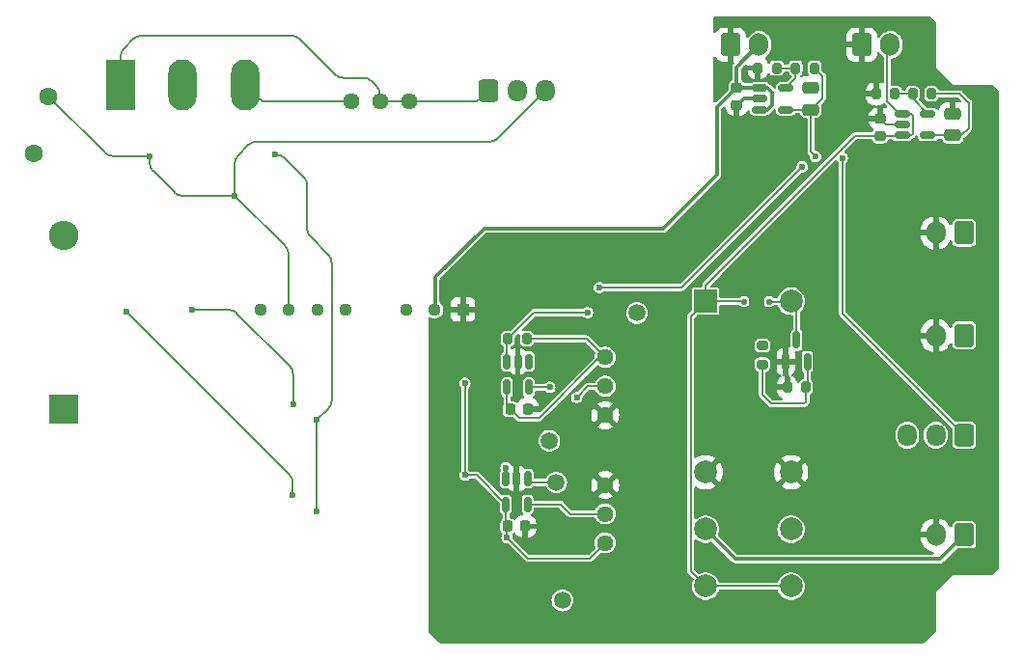
<source format=gbr>
%TF.GenerationSoftware,KiCad,Pcbnew,7.0.11-rc3*%
%TF.CreationDate,2025-03-16T23:31:10+08:00*%
%TF.ProjectId,TSAL,5453414c-2e6b-4696-9361-645f70636258,rev?*%
%TF.SameCoordinates,Original*%
%TF.FileFunction,Copper,L2,Bot*%
%TF.FilePolarity,Positive*%
%FSLAX46Y46*%
G04 Gerber Fmt 4.6, Leading zero omitted, Abs format (unit mm)*
G04 Created by KiCad (PCBNEW 7.0.11-rc3) date 2025-03-16 23:31:10*
%MOMM*%
%LPD*%
G01*
G04 APERTURE LIST*
G04 Aperture macros list*
%AMRoundRect*
0 Rectangle with rounded corners*
0 $1 Rounding radius*
0 $2 $3 $4 $5 $6 $7 $8 $9 X,Y pos of 4 corners*
0 Add a 4 corners polygon primitive as box body*
4,1,4,$2,$3,$4,$5,$6,$7,$8,$9,$2,$3,0*
0 Add four circle primitives for the rounded corners*
1,1,$1+$1,$2,$3*
1,1,$1+$1,$4,$5*
1,1,$1+$1,$6,$7*
1,1,$1+$1,$8,$9*
0 Add four rect primitives between the rounded corners*
20,1,$1+$1,$2,$3,$4,$5,0*
20,1,$1+$1,$4,$5,$6,$7,0*
20,1,$1+$1,$6,$7,$8,$9,0*
20,1,$1+$1,$8,$9,$2,$3,0*%
G04 Aperture macros list end*
%TA.AperFunction,ComponentPad*%
%ADD10RoundRect,0.250000X-0.600000X-0.750000X0.600000X-0.750000X0.600000X0.750000X-0.600000X0.750000X0*%
%TD*%
%TA.AperFunction,ComponentPad*%
%ADD11O,1.700000X2.000000*%
%TD*%
%TA.AperFunction,ComponentPad*%
%ADD12C,1.500000*%
%TD*%
%TA.AperFunction,ComponentPad*%
%ADD13C,1.440000*%
%TD*%
%TA.AperFunction,ComponentPad*%
%ADD14R,2.500000X4.500000*%
%TD*%
%TA.AperFunction,ComponentPad*%
%ADD15O,2.500000X4.500000*%
%TD*%
%TA.AperFunction,ComponentPad*%
%ADD16RoundRect,0.250000X0.600000X0.750000X-0.600000X0.750000X-0.600000X-0.750000X0.600000X-0.750000X0*%
%TD*%
%TA.AperFunction,ComponentPad*%
%ADD17RoundRect,0.250000X-0.600000X-0.725000X0.600000X-0.725000X0.600000X0.725000X-0.600000X0.725000X0*%
%TD*%
%TA.AperFunction,ComponentPad*%
%ADD18O,1.700000X1.950000*%
%TD*%
%TA.AperFunction,ComponentPad*%
%ADD19C,2.000000*%
%TD*%
%TA.AperFunction,ComponentPad*%
%ADD20R,2.000000X2.000000*%
%TD*%
%TA.AperFunction,ComponentPad*%
%ADD21C,1.600000*%
%TD*%
%TA.AperFunction,ComponentPad*%
%ADD22R,2.600000X2.600000*%
%TD*%
%TA.AperFunction,ComponentPad*%
%ADD23O,2.600000X2.600000*%
%TD*%
%TA.AperFunction,ComponentPad*%
%ADD24RoundRect,0.250000X0.600000X0.725000X-0.600000X0.725000X-0.600000X-0.725000X0.600000X-0.725000X0*%
%TD*%
%TA.AperFunction,ComponentPad*%
%ADD25R,1.130000X1.130000*%
%TD*%
%TA.AperFunction,ComponentPad*%
%ADD26C,1.130000*%
%TD*%
%TA.AperFunction,SMDPad,CuDef*%
%ADD27RoundRect,0.125000X-0.125000X-0.125000X0.125000X-0.125000X0.125000X0.125000X-0.125000X0.125000X0*%
%TD*%
%TA.AperFunction,SMDPad,CuDef*%
%ADD28RoundRect,0.150000X0.150000X-0.587500X0.150000X0.587500X-0.150000X0.587500X-0.150000X-0.587500X0*%
%TD*%
%TA.AperFunction,SMDPad,CuDef*%
%ADD29RoundRect,0.200000X-0.200000X-0.275000X0.200000X-0.275000X0.200000X0.275000X-0.200000X0.275000X0*%
%TD*%
%TA.AperFunction,SMDPad,CuDef*%
%ADD30RoundRect,0.225000X0.250000X-0.225000X0.250000X0.225000X-0.250000X0.225000X-0.250000X-0.225000X0*%
%TD*%
%TA.AperFunction,SMDPad,CuDef*%
%ADD31RoundRect,0.200000X-0.275000X0.200000X-0.275000X-0.200000X0.275000X-0.200000X0.275000X0.200000X0*%
%TD*%
%TA.AperFunction,SMDPad,CuDef*%
%ADD32RoundRect,0.200000X0.200000X0.275000X-0.200000X0.275000X-0.200000X-0.275000X0.200000X-0.275000X0*%
%TD*%
%TA.AperFunction,SMDPad,CuDef*%
%ADD33RoundRect,0.250000X0.475000X-0.250000X0.475000X0.250000X-0.475000X0.250000X-0.475000X-0.250000X0*%
%TD*%
%TA.AperFunction,SMDPad,CuDef*%
%ADD34RoundRect,0.225000X-0.250000X0.225000X-0.250000X-0.225000X0.250000X-0.225000X0.250000X0.225000X0*%
%TD*%
%TA.AperFunction,SMDPad,CuDef*%
%ADD35RoundRect,0.150000X-0.512500X-0.150000X0.512500X-0.150000X0.512500X0.150000X-0.512500X0.150000X0*%
%TD*%
%TA.AperFunction,SMDPad,CuDef*%
%ADD36RoundRect,0.150000X-0.150000X0.512500X-0.150000X-0.512500X0.150000X-0.512500X0.150000X0.512500X0*%
%TD*%
%TA.AperFunction,SMDPad,CuDef*%
%ADD37RoundRect,0.225000X-0.225000X-0.250000X0.225000X-0.250000X0.225000X0.250000X-0.225000X0.250000X0*%
%TD*%
%TA.AperFunction,ViaPad*%
%ADD38C,0.600000*%
%TD*%
%TA.AperFunction,Conductor*%
%ADD39C,0.200000*%
%TD*%
%TA.AperFunction,Conductor*%
%ADD40C,0.350000*%
%TD*%
G04 APERTURE END LIST*
D10*
%TO.P,J4,1,Pin_1*%
%TO.N,GND2*%
X138500000Y-33000000D03*
D11*
%TO.P,J4,2,Pin_2*%
%TO.N,VCC*%
X141000000Y-33000000D03*
%TD*%
D12*
%TO.P,TP7,1,1*%
%TO.N,Net-(R21-Pad2)*%
X123750000Y-81750000D03*
%TD*%
%TO.P,TP8,1,1*%
%TO.N,Net-(R23-Pad2)*%
X130287500Y-56537500D03*
%TD*%
D13*
%TO.P,RV2,1,1*%
%TO.N,+5V*%
X127500000Y-76700000D03*
%TO.P,RV2,2,2*%
%TO.N,Net-(U3--)*%
X127500000Y-74160000D03*
%TO.P,RV2,3,3*%
%TO.N,GND2*%
X127500000Y-71620000D03*
%TD*%
D14*
%TO.P,Q5,1,G*%
%TO.N,Net-(J5-Pin_1)*%
X85000000Y-36500000D03*
D15*
%TO.P,Q5,2,D*%
%TO.N,Net-(D4-A)*%
X90450000Y-36500000D03*
%TO.P,Q5,3,S*%
%TO.N,Net-(Q5-S)*%
X95900000Y-36500000D03*
%TD*%
D16*
%TO.P,J3,1,Pin_1*%
%TO.N,Net-(J3-Pin_1)*%
X159000000Y-76000000D03*
D11*
%TO.P,J3,2,Pin_2*%
%TO.N,GND2*%
X156500000Y-76000000D03*
%TD*%
D17*
%TO.P,J5,1,Pin_1*%
%TO.N,Net-(J5-Pin_1)*%
X117287500Y-37012500D03*
D18*
%TO.P,J5,2,Pin_2*%
%TO.N,unconnected-(J5-Pin_2-Pad2)*%
X119787500Y-37012500D03*
%TO.P,J5,3,Pin_3*%
%TO.N,HV-*%
X122287500Y-37012500D03*
%TD*%
D19*
%TO.P,K1,11*%
%TO.N,Net-(J3-Pin_1)*%
X136312500Y-75500000D03*
%TO.P,K1,12*%
%TO.N,GND2*%
X136312500Y-70500000D03*
%TO.P,K1,14*%
%TO.N,/SDC*%
X136312500Y-80500000D03*
%TO.P,K1,21*%
%TO.N,Net-(K1-Pad21)*%
X143812500Y-75500000D03*
%TO.P,K1,22*%
%TO.N,GND2*%
X143812500Y-70500000D03*
%TO.P,K1,24*%
%TO.N,/SDC*%
X143812500Y-80500000D03*
D20*
%TO.P,K1,A1*%
X136312500Y-55500000D03*
D19*
%TO.P,K1,A2*%
%TO.N,Net-(D2-A)*%
X143812500Y-55500000D03*
%TD*%
D16*
%TO.P,J8,1,Pin_1*%
%TO.N,Net-(D9-K)*%
X159000000Y-49500000D03*
D11*
%TO.P,J8,2,Pin_2*%
%TO.N,GND2*%
X156500000Y-49500000D03*
%TD*%
D12*
%TO.P,TP9,1,1*%
%TO.N,Net-(U4-+)*%
X122600000Y-67750000D03*
%TD*%
D13*
%TO.P,RV3,1,1*%
%TO.N,Net-(Q5-S)*%
X105190000Y-38000000D03*
%TO.P,RV3,2,2*%
%TO.N,Net-(J5-Pin_1)*%
X107730000Y-38000000D03*
%TO.P,RV3,3,3*%
X110270000Y-38000000D03*
%TD*%
D21*
%TO.P,RV1,1*%
%TO.N,HV+*%
X77350000Y-42500000D03*
%TO.P,RV1,2*%
%TO.N,HV-*%
X78650000Y-37500000D03*
%TD*%
D13*
%TO.P,RV4,1,1*%
%TO.N,+5V*%
X127500000Y-60420000D03*
%TO.P,RV4,2,2*%
%TO.N,Net-(U4--)*%
X127500000Y-62960000D03*
%TO.P,RV4,3,3*%
%TO.N,GND2*%
X127500000Y-65500000D03*
%TD*%
D12*
%TO.P,TP3,1,1*%
%TO.N,Net-(U3-+)*%
X123200000Y-71400000D03*
%TD*%
D22*
%TO.P,D4,1,K*%
%TO.N,HV+*%
X80000000Y-65000000D03*
D23*
%TO.P,D4,2,A*%
%TO.N,Net-(D4-A)*%
X80000000Y-49760000D03*
%TD*%
D10*
%TO.P,J1,1,Pin_1*%
%TO.N,GND2*%
X150000000Y-33000000D03*
D11*
%TO.P,J1,2,Pin_2*%
%TO.N,/SDC*%
X152500000Y-33000000D03*
%TD*%
D16*
%TO.P,J6,1,Pin_1*%
%TO.N,Net-(J6-Pin_1)*%
X159000000Y-58500000D03*
D11*
%TO.P,J6,2,Pin_2*%
%TO.N,GND2*%
X156500000Y-58500000D03*
%TD*%
D24*
%TO.P,J2,1,Pin_1*%
%TO.N,+5V*%
X159000000Y-67250000D03*
D18*
%TO.P,J2,2,Pin_2*%
%TO.N,unconnected-(J2-Pin_2-Pad2)*%
X156500000Y-67250000D03*
%TO.P,J2,3,Pin_3*%
%TO.N,Net-(D6-K)*%
X154000000Y-67250000D03*
%TD*%
D25*
%TO.P,PS1,1,-VIN*%
%TO.N,GND2*%
X115037500Y-56237500D03*
D26*
%TO.P,PS1,2,+VIN*%
%TO.N,VCC*%
X112537500Y-56237500D03*
%TO.P,PS1,3,R.C.*%
%TO.N,unconnected-(PS1-R.C.-Pad3)*%
X110037500Y-56237500D03*
%TO.P,PS1,5,N.C._1*%
%TO.N,unconnected-(PS1-N.C._1-Pad5)*%
X104737500Y-56237500D03*
%TO.P,PS1,6,+VOUT*%
%TO.N,Net-(PS1-+VOUT)*%
X102237500Y-56237500D03*
%TO.P,PS1,7,-VOUT*%
%TO.N,HV-*%
X99737500Y-56237500D03*
%TO.P,PS1,8,N.C._2*%
%TO.N,unconnected-(PS1-N.C._2-Pad8)*%
X97237500Y-56237500D03*
%TD*%
D27*
%TO.P,D2,1,K*%
%TO.N,/SDC*%
X139687500Y-55537500D03*
%TO.P,D2,2,A*%
%TO.N,Net-(D2-A)*%
X141887500Y-55537500D03*
%TD*%
D28*
%TO.P,Q2,1,G*%
%TO.N,Net-(Q2-G)*%
X145241632Y-60787500D03*
%TO.P,Q2,2,S*%
%TO.N,GND2*%
X143341632Y-60787500D03*
%TO.P,Q2,3,D*%
%TO.N,Net-(D2-A)*%
X144291632Y-58912500D03*
%TD*%
D29*
%TO.P,R40,1*%
%TO.N,GND2*%
X151275000Y-37300000D03*
%TO.P,R40,2*%
%TO.N,Net-(U9-ADJ)*%
X152925000Y-37300000D03*
%TD*%
D30*
%TO.P,C20,1*%
%TO.N,/SDC*%
X151612500Y-41000000D03*
%TO.P,C20,2*%
%TO.N,GND2*%
X151612500Y-39450000D03*
%TD*%
D31*
%TO.P,R27,1*%
%TO.N,Net-(IC4-RST{slash}~{RST})*%
X141287500Y-59387500D03*
%TO.P,R27,2*%
%TO.N,Net-(Q2-G)*%
X141287500Y-61037500D03*
%TD*%
D29*
%TO.P,R42,1*%
%TO.N,GND2*%
X140887500Y-35037500D03*
%TO.P,R42,2*%
%TO.N,Net-(U6-ADJ)*%
X142537500Y-35037500D03*
%TD*%
D32*
%TO.P,R41,1*%
%TO.N,Net-(IC3-RST{slash}~{RST})*%
X156125000Y-37300000D03*
%TO.P,R41,2*%
%TO.N,Net-(U9-ADJ)*%
X154475000Y-37300000D03*
%TD*%
%TO.P,R23,1*%
%TO.N,+5V*%
X120612500Y-58787500D03*
%TO.P,R23,2*%
%TO.N,Net-(R23-Pad2)*%
X118962500Y-58787500D03*
%TD*%
D33*
%TO.P,C23,1*%
%TO.N,+5V*%
X145537500Y-38687500D03*
%TO.P,C23,2*%
%TO.N,GND2*%
X145537500Y-36787500D03*
%TD*%
D34*
%TO.P,C22,1*%
%TO.N,VCC*%
X139037500Y-36737500D03*
%TO.P,C22,2*%
%TO.N,GND2*%
X139037500Y-38287500D03*
%TD*%
D35*
%TO.P,U6,1,VIN*%
%TO.N,VCC*%
X141065000Y-38687500D03*
%TO.P,U6,2,GND*%
%TO.N,GND2*%
X141065000Y-37737500D03*
%TO.P,U6,3,EN*%
%TO.N,VCC*%
X141065000Y-36787500D03*
%TO.P,U6,4,ADJ*%
%TO.N,Net-(U6-ADJ)*%
X143340000Y-36787500D03*
%TO.P,U6,5,VOUT*%
%TO.N,+5V*%
X143340000Y-38687500D03*
%TD*%
D33*
%TO.P,C34,1*%
%TO.N,Net-(IC3-RST{slash}~{RST})*%
X158000000Y-40950000D03*
%TO.P,C34,2*%
%TO.N,GND2*%
X158000000Y-39050000D03*
%TD*%
D32*
%TO.P,R43,1*%
%TO.N,+5V*%
X145862500Y-35037500D03*
%TO.P,R43,2*%
%TO.N,Net-(U6-ADJ)*%
X144212500Y-35037500D03*
%TD*%
D29*
%TO.P,R28,1*%
%TO.N,GND2*%
X143462500Y-63037500D03*
%TO.P,R28,2*%
%TO.N,Net-(Q2-G)*%
X145112500Y-63037500D03*
%TD*%
D35*
%TO.P,U9,1,VIN*%
%TO.N,/SDC*%
X153540000Y-40950000D03*
%TO.P,U9,2,GND*%
%TO.N,GND2*%
X153540000Y-40000000D03*
%TO.P,U9,3,EN*%
%TO.N,/SDC*%
X153540000Y-39050000D03*
%TO.P,U9,4,ADJ*%
%TO.N,Net-(U9-ADJ)*%
X155815000Y-39050000D03*
%TO.P,U9,5,VOUT*%
%TO.N,Net-(IC3-RST{slash}~{RST})*%
X155815000Y-40950000D03*
%TD*%
D36*
%TO.P,U3,1*%
%TO.N,Net-(R21-Pad2)*%
X118790000Y-71057500D03*
%TO.P,U3,2,V-*%
%TO.N,GND2*%
X119740000Y-71057500D03*
%TO.P,U3,3,+*%
%TO.N,Net-(U3-+)*%
X120690000Y-71057500D03*
%TO.P,U3,4,-*%
%TO.N,Net-(U3--)*%
X120690000Y-73332500D03*
%TO.P,U3,5,V+*%
%TO.N,+5V*%
X118790000Y-73332500D03*
%TD*%
D37*
%TO.P,C16,1*%
%TO.N,+5V*%
X118950000Y-75250000D03*
%TO.P,C16,2*%
%TO.N,GND2*%
X120500000Y-75250000D03*
%TD*%
D36*
%TO.P,U4,1*%
%TO.N,Net-(R23-Pad2)*%
X118887500Y-60777500D03*
%TO.P,U4,2,V-*%
%TO.N,GND2*%
X119837500Y-60777500D03*
%TO.P,U4,3,+*%
%TO.N,Net-(U4-+)*%
X120787500Y-60777500D03*
%TO.P,U4,4,-*%
%TO.N,Net-(U4--)*%
X120787500Y-63052500D03*
%TO.P,U4,5,V+*%
%TO.N,+5V*%
X118887500Y-63052500D03*
%TD*%
D37*
%TO.P,C17,1*%
%TO.N,+5V*%
X119172500Y-64970000D03*
%TO.P,C17,2*%
%TO.N,GND2*%
X120722500Y-64970000D03*
%TD*%
D38*
%TO.N,HV-*%
X95000000Y-46250000D03*
X87537500Y-42762500D03*
%TO.N,+5VA*%
X102212500Y-73922500D03*
X98537500Y-42637500D03*
X102212500Y-65922500D03*
%TO.N,Net-(IC1-IN)*%
X100087500Y-72537500D03*
X85537500Y-56450000D03*
%TO.N,Net-(IC2-IN)*%
X100112500Y-64537500D03*
X91287500Y-56250000D03*
%TO.N,+5V*%
X148300000Y-42950000D03*
X115225000Y-70750000D03*
X145950000Y-42800000D03*
X118900000Y-76250000D03*
X115200000Y-62700000D03*
%TO.N,GND2*%
X140250000Y-46100000D03*
X151000000Y-42600000D03*
X114400000Y-80600000D03*
X139900000Y-35100000D03*
X138000000Y-42500000D03*
X116750000Y-84300000D03*
X145550000Y-36800000D03*
X141200000Y-40100000D03*
X139050000Y-38350000D03*
X112850000Y-75200000D03*
%TO.N,Net-(U3-+)*%
X120690000Y-71057500D03*
%TO.N,Net-(IC3-RST{slash}~{RST})*%
X156200000Y-37100000D03*
%TO.N,Net-(U4-+)*%
X120787500Y-60777500D03*
%TO.N,Net-(IC3-OUT)*%
X127000000Y-54300000D03*
X144800000Y-43700000D03*
%TO.N,Net-(IC4-RST{slash}~{RST})*%
X141300000Y-59250000D03*
%TO.N,Net-(R21-Pad2)*%
X118800000Y-70100000D03*
%TO.N,Net-(R23-Pad2)*%
X125950000Y-56500000D03*
%TO.N,Net-(U4--)*%
X122650000Y-63050000D03*
X125000000Y-63950000D03*
%TD*%
D39*
%TO.N,HV-*%
X89707107Y-45957107D02*
X87830393Y-44080393D01*
X95000000Y-46250000D02*
X95000000Y-43414214D01*
X99444607Y-50694607D02*
X95000000Y-46250000D01*
X99737500Y-56237500D02*
X99737500Y-51401714D01*
X78650000Y-37500000D02*
X83619607Y-42469607D01*
X84326714Y-42762500D02*
X87537500Y-42762500D01*
X87537500Y-43373286D02*
X87537500Y-42762500D01*
X118092893Y-41207107D02*
X122287500Y-37012500D01*
X95292893Y-42707107D02*
X96207107Y-41792893D01*
X96914214Y-41500000D02*
X117385786Y-41500000D01*
X95000000Y-46250000D02*
X90414214Y-46250000D01*
X117385786Y-41499990D02*
G75*
G03*
X118092893Y-41207107I14J999990D01*
G01*
X87537510Y-43373286D02*
G75*
G03*
X87830393Y-44080393I999990J-14D01*
G01*
X99737490Y-51401714D02*
G75*
G03*
X99444607Y-50694607I-999990J14D01*
G01*
X96914214Y-41500010D02*
G75*
G03*
X96207107Y-41792893I-14J-999990D01*
G01*
X89707092Y-45957122D02*
G75*
G03*
X90414214Y-46250000I707008J706922D01*
G01*
X95292886Y-42707100D02*
G75*
G03*
X95000000Y-43414214I707114J-707100D01*
G01*
X83619600Y-42469614D02*
G75*
G03*
X84326714Y-42762500I707100J707114D01*
G01*
%TO.N,+5VA*%
X101057107Y-44607107D02*
X99380393Y-42930393D01*
X102212500Y-65922500D02*
X102212500Y-73922500D01*
X101350000Y-49135786D02*
X101350000Y-45314214D01*
X103207107Y-51407107D02*
X101642893Y-49842893D01*
X102212500Y-65922500D02*
X103207107Y-64927893D01*
X103500000Y-64220786D02*
X103500000Y-52114214D01*
X98673286Y-42637500D02*
X98537500Y-42637500D01*
X101349990Y-45314214D02*
G75*
G03*
X101057107Y-44607107I-999990J14D01*
G01*
X99380400Y-42930386D02*
G75*
G03*
X98673286Y-42637500I-707100J-707114D01*
G01*
X103207114Y-64927900D02*
G75*
G03*
X103500000Y-64220786I-707114J707100D01*
G01*
X103499990Y-52114214D02*
G75*
G03*
X103207107Y-51407107I-999990J14D01*
G01*
X101350010Y-49135786D02*
G75*
G03*
X101642893Y-49842893I999990J-14D01*
G01*
%TO.N,Net-(IC1-IN)*%
X99794607Y-70707107D02*
X85537500Y-56450000D01*
X100087500Y-72537500D02*
X100087500Y-71414214D01*
X100087490Y-71414214D02*
G75*
G03*
X99794607Y-70707107I-999990J14D01*
G01*
%TO.N,Net-(IC2-IN)*%
X100112500Y-64537500D02*
X100112500Y-61876714D01*
X94485786Y-56250000D02*
X91287500Y-56250000D01*
X99819607Y-61169607D02*
X95192893Y-56542893D01*
X100112490Y-61876714D02*
G75*
G03*
X99819607Y-61169607I-999990J14D01*
G01*
X95192879Y-56542907D02*
G75*
G03*
X94485786Y-56250000I-707079J-706993D01*
G01*
%TO.N,+5V*%
X143340000Y-38687500D02*
X145537500Y-38687500D01*
X118900000Y-76250000D02*
X118900000Y-75300000D01*
X118790000Y-73332500D02*
X118790000Y-75090000D01*
X118900000Y-75300000D02*
X118950000Y-75250000D01*
X125867500Y-58787500D02*
X127500000Y-60420000D01*
X115225000Y-70750000D02*
X116207500Y-70750000D01*
X118790000Y-75090000D02*
X118950000Y-75250000D01*
X118887500Y-63052500D02*
X118887500Y-64685000D01*
X118887500Y-64685000D02*
X119172500Y-64970000D01*
X145537500Y-42387500D02*
X145950000Y-42800000D01*
X120700000Y-78050000D02*
X126150000Y-78050000D01*
X126150000Y-78050000D02*
X127500000Y-76700000D01*
X127030000Y-60420000D02*
X127500000Y-60420000D01*
X121705000Y-65745000D02*
X127030000Y-60420000D01*
X146562500Y-35737500D02*
X145862500Y-35037500D01*
X148300000Y-56550000D02*
X159000000Y-67250000D01*
X115200000Y-62700000D02*
X115200000Y-70725000D01*
X145537500Y-38687500D02*
X146562500Y-37662500D01*
X119172500Y-64970000D02*
X119947500Y-65745000D01*
X116207500Y-70750000D02*
X118790000Y-73332500D01*
X148300000Y-42950000D02*
X148300000Y-56550000D01*
X120612500Y-58787500D02*
X125867500Y-58787500D01*
X145537500Y-38687500D02*
X145537500Y-42387500D01*
X119947500Y-65745000D02*
X121705000Y-65745000D01*
X146562500Y-37662500D02*
X146562500Y-35737500D01*
X118900000Y-76250000D02*
X120700000Y-78050000D01*
X115200000Y-70725000D02*
X115225000Y-70750000D01*
%TO.N,GND2*%
X153540000Y-40000000D02*
X152162500Y-40000000D01*
D40*
X139050000Y-38350000D02*
X139662500Y-37737500D01*
D39*
X152162500Y-40000000D02*
X151612500Y-39450000D01*
D40*
X139662500Y-37737500D02*
X141065000Y-37737500D01*
D39*
%TO.N,Net-(U3-+)*%
X121032500Y-71400000D02*
X120690000Y-71057500D01*
X123200000Y-71400000D02*
X121032500Y-71400000D01*
%TO.N,/SDC*%
X152225000Y-37925000D02*
X153350000Y-39050000D01*
X153540000Y-39050000D02*
X154350000Y-39050000D01*
X154350000Y-39050000D02*
X154502500Y-39202500D01*
X136312500Y-80500000D02*
X143812500Y-80500000D01*
X136312500Y-54088971D02*
X136312500Y-55500000D01*
X151612500Y-41000000D02*
X153490000Y-41000000D01*
X152225000Y-33275000D02*
X152225000Y-37925000D01*
X153350000Y-39050000D02*
X153540000Y-39050000D01*
X139650000Y-55500000D02*
X139687500Y-55537500D01*
X153490000Y-41000000D02*
X153540000Y-40950000D01*
X149401471Y-41000000D02*
X136312500Y-54088971D01*
X135012500Y-79200000D02*
X136312500Y-80500000D01*
X135012500Y-56800000D02*
X135012500Y-79200000D01*
X154502500Y-39202500D02*
X154502500Y-40797500D01*
X154502500Y-40797500D02*
X154350000Y-40950000D01*
X136312500Y-55500000D02*
X135012500Y-56800000D01*
X154350000Y-40950000D02*
X153540000Y-40950000D01*
X152500000Y-33000000D02*
X152225000Y-33275000D01*
X136312500Y-55500000D02*
X139650000Y-55500000D01*
X151612500Y-41000000D02*
X149401471Y-41000000D01*
D40*
%TO.N,VCC*%
X137300000Y-44400000D02*
X132600000Y-49100000D01*
X112600000Y-53400000D02*
X112600000Y-56175000D01*
X137300000Y-38475000D02*
X137300000Y-44400000D01*
X116900000Y-49100000D02*
X112600000Y-53400000D01*
X142102500Y-37162501D02*
X142102500Y-38312499D01*
X141065000Y-36787500D02*
X141727499Y-36787500D01*
X112600000Y-56175000D02*
X112537500Y-56237500D01*
X132600000Y-49100000D02*
X116900000Y-49100000D01*
X141727499Y-38687500D02*
X141065000Y-38687500D01*
X142102500Y-38312499D02*
X141727499Y-38687500D01*
X141727499Y-36787500D02*
X142102500Y-37162501D01*
X139037500Y-36737500D02*
X137300000Y-38475000D01*
X141000000Y-33000000D02*
X139037500Y-34962500D01*
X139037500Y-36737500D02*
X141015000Y-36737500D01*
X139037500Y-34962500D02*
X139037500Y-36737500D01*
X141015000Y-36737500D02*
X141065000Y-36787500D01*
D39*
%TO.N,Net-(IC3-RST{slash}~{RST})*%
X159400000Y-40300000D02*
X158750000Y-40950000D01*
X155815000Y-40950000D02*
X158000000Y-40950000D01*
X158750000Y-40950000D02*
X158000000Y-40950000D01*
X159400000Y-38100000D02*
X159400000Y-40300000D01*
X158600000Y-37300000D02*
X159400000Y-38100000D01*
X156125000Y-37300000D02*
X158600000Y-37300000D01*
%TO.N,Net-(D2-A)*%
X144291632Y-55979132D02*
X143812500Y-55500000D01*
X144291632Y-58912500D02*
X144291632Y-55979132D01*
X141887500Y-55537500D02*
X143775000Y-55537500D01*
X143775000Y-55537500D02*
X143812500Y-55500000D01*
%TO.N,Net-(IC3-OUT)*%
X144800000Y-43700000D02*
X134200000Y-54300000D01*
X134200000Y-54300000D02*
X127000000Y-54300000D01*
%TO.N,Net-(IC4-RST{slash}~{RST})*%
X141287500Y-59262500D02*
X141300000Y-59250000D01*
X141287500Y-59387500D02*
X141287500Y-59262500D01*
D40*
%TO.N,Net-(J3-Pin_1)*%
X159000000Y-76000000D02*
X156900000Y-78100000D01*
X138912500Y-78100000D02*
X136312500Y-75500000D01*
X156900000Y-78100000D02*
X138912500Y-78100000D01*
D39*
%TO.N,Net-(J5-Pin_1)*%
X85000000Y-36500000D02*
X85000000Y-34014214D01*
X100692893Y-32492893D02*
X103807107Y-35607107D01*
X116592893Y-37707107D02*
X117287500Y-37012500D01*
X86814214Y-32200000D02*
X99985786Y-32200000D01*
X85292893Y-33307107D02*
X86107107Y-32492893D01*
X107730000Y-37344214D02*
X107730000Y-38000000D01*
X110270000Y-38000000D02*
X115885786Y-38000000D01*
X104514214Y-35900000D02*
X106285786Y-35900000D01*
X107730000Y-38000000D02*
X110270000Y-38000000D01*
X106992893Y-36192893D02*
X107437107Y-36637107D01*
X106992900Y-36192886D02*
G75*
G03*
X106285786Y-35900000I-707100J-707114D01*
G01*
X103807100Y-35607114D02*
G75*
G03*
X104514214Y-35900000I707100J707114D01*
G01*
X115885786Y-37999990D02*
G75*
G03*
X116592893Y-37707107I14J999990D01*
G01*
X107729990Y-37344214D02*
G75*
G03*
X107437107Y-36637107I-999990J14D01*
G01*
X86814214Y-32200010D02*
G75*
G03*
X86107107Y-32492893I-14J-999990D01*
G01*
X85292886Y-33307100D02*
G75*
G03*
X85000000Y-34014214I707114J-707100D01*
G01*
X100692900Y-32492886D02*
G75*
G03*
X99985786Y-32200000I-707100J-707114D01*
G01*
%TO.N,Net-(Q2-G)*%
X144950000Y-64500000D02*
X145112500Y-64337500D01*
X145112500Y-64337500D02*
X145112500Y-63037500D01*
X141287500Y-61037500D02*
X141287500Y-63687500D01*
X141287500Y-63687500D02*
X142100000Y-64500000D01*
X145241632Y-62908368D02*
X145112500Y-63037500D01*
X145241632Y-60787500D02*
X145241632Y-62908368D01*
X142100000Y-64500000D02*
X144950000Y-64500000D01*
%TO.N,Net-(Q5-S)*%
X97107107Y-37707107D02*
X95900000Y-36500000D01*
X105190000Y-38000000D02*
X97814214Y-38000000D01*
X97107100Y-37707114D02*
G75*
G03*
X97814214Y-38000000I707100J707114D01*
G01*
%TO.N,Net-(R21-Pad2)*%
X118790000Y-71057500D02*
X118790000Y-70110000D01*
X118790000Y-70110000D02*
X118800000Y-70100000D01*
%TO.N,Net-(R23-Pad2)*%
X118887500Y-60777500D02*
X118887500Y-58862500D01*
X118962500Y-58787500D02*
X121250000Y-56500000D01*
X118887500Y-58862500D02*
X118962500Y-58787500D01*
X121250000Y-56500000D02*
X125950000Y-56500000D01*
%TO.N,Net-(U9-ADJ)*%
X155815000Y-39050000D02*
X154475000Y-37710000D01*
X154475000Y-37710000D02*
X154475000Y-37300000D01*
X152925000Y-37300000D02*
X154475000Y-37300000D01*
%TO.N,Net-(U6-ADJ)*%
X144212500Y-35037500D02*
X142537500Y-35037500D01*
X143340000Y-36787500D02*
X144212500Y-35915000D01*
X144212500Y-35915000D02*
X144212500Y-35037500D01*
%TO.N,Net-(U3--)*%
X123632500Y-73332500D02*
X120690000Y-73332500D01*
X124460000Y-74160000D02*
X123632500Y-73332500D01*
X127500000Y-74160000D02*
X124460000Y-74160000D01*
%TO.N,Net-(U4--)*%
X125000000Y-63950000D02*
X125990000Y-62960000D01*
X120787500Y-63052500D02*
X122647500Y-63052500D01*
X122647500Y-63052500D02*
X122650000Y-63050000D01*
X125990000Y-62960000D02*
X127500000Y-62960000D01*
%TD*%
%TA.AperFunction,Conductor*%
%TO.N,GND2*%
G36*
X156016177Y-30520185D02*
G01*
X156036819Y-30536819D01*
X156463681Y-30963681D01*
X156497166Y-31025004D01*
X156500000Y-31051362D01*
X156500000Y-35000000D01*
X158000000Y-36500000D01*
X161448638Y-36500000D01*
X161515677Y-36519685D01*
X161536319Y-36536319D01*
X161963681Y-36963681D01*
X161997166Y-37025004D01*
X162000000Y-37051362D01*
X162000000Y-78948638D01*
X161980315Y-79015677D01*
X161963681Y-79036319D01*
X161536319Y-79463681D01*
X161474996Y-79497166D01*
X161448638Y-79500000D01*
X157999999Y-79500000D01*
X156500000Y-80999999D01*
X156500000Y-84448638D01*
X156480315Y-84515677D01*
X156463681Y-84536319D01*
X155536819Y-85463181D01*
X155475496Y-85496666D01*
X155449138Y-85499500D01*
X113050862Y-85499500D01*
X112983823Y-85479815D01*
X112963181Y-85463181D01*
X112036319Y-84536319D01*
X112002834Y-84474996D01*
X112000000Y-84448638D01*
X112000000Y-81750000D01*
X122794901Y-81750000D01*
X122813252Y-81936331D01*
X122813253Y-81936333D01*
X122867604Y-82115502D01*
X122955862Y-82280623D01*
X122955864Y-82280626D01*
X123074642Y-82425357D01*
X123219373Y-82544135D01*
X123219376Y-82544137D01*
X123322956Y-82599501D01*
X123384499Y-82632396D01*
X123563666Y-82686746D01*
X123563668Y-82686747D01*
X123580374Y-82688392D01*
X123750000Y-82705099D01*
X123936331Y-82686747D01*
X124115501Y-82632396D01*
X124280625Y-82544136D01*
X124425357Y-82425357D01*
X124544136Y-82280625D01*
X124632396Y-82115501D01*
X124686747Y-81936331D01*
X124705099Y-81750000D01*
X124686747Y-81563669D01*
X124632396Y-81384499D01*
X124631037Y-81381956D01*
X124544137Y-81219376D01*
X124544135Y-81219373D01*
X124425357Y-81074642D01*
X124280626Y-80955864D01*
X124280623Y-80955862D01*
X124115502Y-80867604D01*
X123936333Y-80813253D01*
X123936331Y-80813252D01*
X123750000Y-80794901D01*
X123563668Y-80813252D01*
X123563666Y-80813253D01*
X123384497Y-80867604D01*
X123219376Y-80955862D01*
X123219373Y-80955864D01*
X123074642Y-81074642D01*
X122955864Y-81219373D01*
X122955862Y-81219376D01*
X122867604Y-81384497D01*
X122813253Y-81563666D01*
X122813252Y-81563668D01*
X122794901Y-81750000D01*
X112000000Y-81750000D01*
X112000000Y-62700000D01*
X114694353Y-62700000D01*
X114714834Y-62842456D01*
X114744559Y-62907543D01*
X114774623Y-62973373D01*
X114868872Y-63082143D01*
X114868875Y-63082144D01*
X114869213Y-63082535D01*
X114898238Y-63146091D01*
X114899500Y-63163738D01*
X114899500Y-70315112D01*
X114879815Y-70382151D01*
X114869213Y-70396314D01*
X114799625Y-70476622D01*
X114799622Y-70476628D01*
X114739834Y-70607543D01*
X114719353Y-70750000D01*
X114739834Y-70892456D01*
X114783796Y-70988717D01*
X114799623Y-71023373D01*
X114893872Y-71132143D01*
X115014947Y-71209953D01*
X115014950Y-71209954D01*
X115014949Y-71209954D01*
X115153036Y-71250499D01*
X115153038Y-71250500D01*
X115153039Y-71250500D01*
X115296962Y-71250500D01*
X115296962Y-71250499D01*
X115413219Y-71216364D01*
X115435050Y-71209954D01*
X115435050Y-71209953D01*
X115435053Y-71209953D01*
X115556128Y-71132143D01*
X115589788Y-71093296D01*
X115648567Y-71055523D01*
X115683501Y-71050500D01*
X116031667Y-71050500D01*
X116098706Y-71070185D01*
X116119348Y-71086819D01*
X118253181Y-73220652D01*
X118286666Y-73281975D01*
X118289500Y-73308333D01*
X118289500Y-73878260D01*
X118299426Y-73946391D01*
X118350803Y-74051485D01*
X118433512Y-74134194D01*
X118433515Y-74134196D01*
X118433517Y-74134198D01*
X118433518Y-74134198D01*
X118437550Y-74137077D01*
X118480674Y-74192051D01*
X118489500Y-74237997D01*
X118489500Y-74582389D01*
X118469815Y-74649428D01*
X118453181Y-74670070D01*
X118376476Y-74746774D01*
X118376473Y-74746778D01*
X118315279Y-74866878D01*
X118299500Y-74966506D01*
X118299500Y-75533493D01*
X118315279Y-75633121D01*
X118315280Y-75633124D01*
X118315281Y-75633126D01*
X118376472Y-75753220D01*
X118376473Y-75753221D01*
X118376476Y-75753225D01*
X118453013Y-75829762D01*
X118486498Y-75891085D01*
X118481514Y-75960777D01*
X118478126Y-75968954D01*
X118414835Y-76107541D01*
X118414834Y-76107542D01*
X118394353Y-76250000D01*
X118414834Y-76392456D01*
X118446652Y-76462126D01*
X118474623Y-76523373D01*
X118568872Y-76632143D01*
X118689947Y-76709953D01*
X118689950Y-76709954D01*
X118689949Y-76709954D01*
X118797107Y-76741417D01*
X118825280Y-76749690D01*
X118828036Y-76750499D01*
X118828038Y-76750500D01*
X118924167Y-76750500D01*
X118991206Y-76770185D01*
X119011848Y-76786819D01*
X120440039Y-78215010D01*
X120451310Y-78227962D01*
X120456039Y-78234225D01*
X120456041Y-78234227D01*
X120456042Y-78234228D01*
X120470861Y-78247737D01*
X120490317Y-78265474D01*
X120494458Y-78269429D01*
X120507203Y-78282174D01*
X120510931Y-78285270D01*
X120519324Y-78291918D01*
X120528124Y-78299940D01*
X120539064Y-78309914D01*
X120539065Y-78309914D01*
X120539067Y-78309916D01*
X120545530Y-78312419D01*
X120570807Y-78325743D01*
X120576519Y-78329656D01*
X120602514Y-78335769D01*
X120618910Y-78340846D01*
X120643827Y-78350500D01*
X120650751Y-78350500D01*
X120679141Y-78353793D01*
X120685881Y-78355379D01*
X120708655Y-78352201D01*
X120712334Y-78351689D01*
X120729464Y-78350500D01*
X126082862Y-78350500D01*
X126099990Y-78351689D01*
X126107761Y-78352772D01*
X126107761Y-78352771D01*
X126107765Y-78352773D01*
X126154080Y-78350632D01*
X126159805Y-78350500D01*
X126177843Y-78350500D01*
X126177844Y-78350500D01*
X126177844Y-78350499D01*
X126182731Y-78350046D01*
X126193318Y-78348817D01*
X126219992Y-78347585D01*
X126226322Y-78344789D01*
X126253629Y-78336332D01*
X126260433Y-78335061D01*
X126260435Y-78335059D01*
X126260437Y-78335059D01*
X126283138Y-78321003D01*
X126298325Y-78312996D01*
X126322765Y-78302206D01*
X126327661Y-78297309D01*
X126350069Y-78279561D01*
X126355952Y-78275919D01*
X126372053Y-78254595D01*
X126383314Y-78241655D01*
X127036591Y-77588378D01*
X127097912Y-77554895D01*
X127167604Y-77559879D01*
X127174691Y-77562775D01*
X127213983Y-77580269D01*
X127403252Y-77620500D01*
X127596748Y-77620500D01*
X127786017Y-77580269D01*
X127962785Y-77501567D01*
X128119327Y-77387833D01*
X128248802Y-77244036D01*
X128345550Y-77076463D01*
X128405344Y-76892437D01*
X128425570Y-76700000D01*
X128405344Y-76507563D01*
X128345550Y-76323537D01*
X128248802Y-76155964D01*
X128229641Y-76134683D01*
X128119332Y-76012171D01*
X128119325Y-76012165D01*
X127962789Y-75898435D01*
X127962786Y-75898433D01*
X127962785Y-75898433D01*
X127858852Y-75852159D01*
X127786021Y-75819732D01*
X127786016Y-75819730D01*
X127596748Y-75779500D01*
X127403252Y-75779500D01*
X127213983Y-75819730D01*
X127213978Y-75819732D01*
X127037215Y-75898433D01*
X127037210Y-75898435D01*
X126880674Y-76012165D01*
X126880667Y-76012171D01*
X126751197Y-76155964D01*
X126654450Y-76323536D01*
X126654447Y-76323543D01*
X126594657Y-76507558D01*
X126594656Y-76507560D01*
X126574430Y-76700000D01*
X126594656Y-76892439D01*
X126594657Y-76892441D01*
X126641787Y-77037491D01*
X126643782Y-77107332D01*
X126611537Y-77163490D01*
X126061848Y-77713181D01*
X126000525Y-77746666D01*
X125974167Y-77749500D01*
X120875834Y-77749500D01*
X120808795Y-77729815D01*
X120788153Y-77713181D01*
X120147121Y-77072149D01*
X119439394Y-76364423D01*
X119405910Y-76303101D01*
X119404339Y-76259094D01*
X119405647Y-76250000D01*
X119385165Y-76107543D01*
X119346682Y-76023279D01*
X119336739Y-75954123D01*
X119365764Y-75890567D01*
X119403178Y-75861287D01*
X119428220Y-75848528D01*
X119447173Y-75829574D01*
X119508494Y-75796090D01*
X119578185Y-75801073D01*
X119634120Y-75842944D01*
X119640392Y-75852159D01*
X119702424Y-75952728D01*
X119702427Y-75952732D01*
X119822267Y-76072572D01*
X119822271Y-76072575D01*
X119966507Y-76161542D01*
X119966518Y-76161547D01*
X120127393Y-76214855D01*
X120226683Y-76224999D01*
X120250000Y-76224998D01*
X120250000Y-75500000D01*
X120750000Y-75500000D01*
X120750000Y-76224999D01*
X120773308Y-76224999D01*
X120773322Y-76224998D01*
X120872607Y-76214855D01*
X121033481Y-76161547D01*
X121033492Y-76161542D01*
X121177728Y-76072575D01*
X121177732Y-76072572D01*
X121297572Y-75952732D01*
X121297575Y-75952728D01*
X121386542Y-75808492D01*
X121386547Y-75808481D01*
X121439855Y-75647606D01*
X121449999Y-75548322D01*
X121450000Y-75548309D01*
X121450000Y-75500000D01*
X120750000Y-75500000D01*
X120250000Y-75500000D01*
X120250000Y-75124000D01*
X120269685Y-75056961D01*
X120322489Y-75011206D01*
X120374000Y-75000000D01*
X121449999Y-75000000D01*
X121449999Y-74951692D01*
X121449998Y-74951677D01*
X121439855Y-74852392D01*
X121386547Y-74691518D01*
X121386542Y-74691507D01*
X121297575Y-74547271D01*
X121297572Y-74547267D01*
X121177731Y-74427426D01*
X121045843Y-74346076D01*
X120999119Y-74294128D01*
X120987898Y-74225165D01*
X121015741Y-74161083D01*
X121038891Y-74139618D01*
X121046477Y-74134200D01*
X121046483Y-74134198D01*
X121129198Y-74051483D01*
X121180573Y-73946393D01*
X121190500Y-73878260D01*
X121190500Y-73757000D01*
X121210185Y-73689961D01*
X121262989Y-73644206D01*
X121314500Y-73633000D01*
X123456667Y-73633000D01*
X123523706Y-73652685D01*
X123544348Y-73669319D01*
X124200039Y-74325010D01*
X124211310Y-74337962D01*
X124216039Y-74344225D01*
X124250317Y-74375474D01*
X124254458Y-74379429D01*
X124267203Y-74392174D01*
X124270931Y-74395270D01*
X124279324Y-74401918D01*
X124299067Y-74419916D01*
X124304868Y-74422163D01*
X124305528Y-74422419D01*
X124330809Y-74435745D01*
X124336520Y-74439657D01*
X124362517Y-74445771D01*
X124378918Y-74450851D01*
X124403824Y-74460500D01*
X124403827Y-74460500D01*
X124410752Y-74460500D01*
X124439140Y-74463793D01*
X124445881Y-74465379D01*
X124472333Y-74461689D01*
X124489464Y-74460500D01*
X126540102Y-74460500D01*
X126607141Y-74480185D01*
X126651086Y-74530900D01*
X126651201Y-74530835D01*
X126651543Y-74531427D01*
X126652896Y-74532989D01*
X126653376Y-74534053D01*
X126654445Y-74536455D01*
X126751197Y-74704035D01*
X126880667Y-74847828D01*
X126880674Y-74847834D01*
X127037210Y-74961564D01*
X127037211Y-74961564D01*
X127037215Y-74961567D01*
X127181377Y-75025752D01*
X127213978Y-75040267D01*
X127213983Y-75040269D01*
X127403252Y-75080500D01*
X127596748Y-75080500D01*
X127786017Y-75040269D01*
X127962785Y-74961567D01*
X128119327Y-74847833D01*
X128248802Y-74704036D01*
X128345550Y-74536463D01*
X128405344Y-74352437D01*
X128425570Y-74160000D01*
X128405344Y-73967563D01*
X128345550Y-73783537D01*
X128248802Y-73615964D01*
X128119332Y-73472171D01*
X128119325Y-73472165D01*
X127962789Y-73358435D01*
X127962786Y-73358433D01*
X127962785Y-73358433D01*
X127898598Y-73329855D01*
X127786021Y-73279732D01*
X127786016Y-73279730D01*
X127596748Y-73239500D01*
X127403252Y-73239500D01*
X127213983Y-73279730D01*
X127213978Y-73279732D01*
X127037215Y-73358433D01*
X127037210Y-73358435D01*
X126880674Y-73472165D01*
X126880667Y-73472171D01*
X126751197Y-73615964D01*
X126654445Y-73783544D01*
X126653376Y-73785947D01*
X126652387Y-73787109D01*
X126651201Y-73789165D01*
X126650824Y-73788947D01*
X126608121Y-73839179D01*
X126541270Y-73859495D01*
X126540102Y-73859500D01*
X124635833Y-73859500D01*
X124568794Y-73839815D01*
X124548152Y-73823181D01*
X123892462Y-73167491D01*
X123881187Y-73154535D01*
X123876455Y-73148268D01*
X123842183Y-73117025D01*
X123838060Y-73113089D01*
X123825297Y-73100326D01*
X123825296Y-73100325D01*
X123825294Y-73100323D01*
X123821577Y-73097237D01*
X123813179Y-73090584D01*
X123793433Y-73072584D01*
X123786970Y-73070080D01*
X123761692Y-73056756D01*
X123755981Y-73052844D01*
X123755978Y-73052843D01*
X123755979Y-73052843D01*
X123729983Y-73046728D01*
X123713589Y-73041651D01*
X123688674Y-73032000D01*
X123688673Y-73032000D01*
X123681749Y-73032000D01*
X123653358Y-73028706D01*
X123646619Y-73027121D01*
X123620166Y-73030811D01*
X123603036Y-73032000D01*
X121314500Y-73032000D01*
X121247461Y-73012315D01*
X121201706Y-72959511D01*
X121190500Y-72908000D01*
X121190500Y-72786739D01*
X121180573Y-72718608D01*
X121161987Y-72680589D01*
X121129198Y-72613517D01*
X121129196Y-72613515D01*
X121129196Y-72613514D01*
X121046485Y-72530803D01*
X120941391Y-72479426D01*
X120873261Y-72469500D01*
X120873260Y-72469500D01*
X120506740Y-72469500D01*
X120506739Y-72469500D01*
X120438608Y-72479426D01*
X120333514Y-72530803D01*
X120250803Y-72613514D01*
X120199426Y-72718608D01*
X120189500Y-72786739D01*
X120189500Y-73878260D01*
X120199426Y-73946391D01*
X120250803Y-74051485D01*
X120266846Y-74067528D01*
X120300331Y-74128851D01*
X120295347Y-74198543D01*
X120253475Y-74254476D01*
X120191768Y-74278567D01*
X120127392Y-74285144D01*
X119966518Y-74338452D01*
X119966507Y-74338457D01*
X119822271Y-74427424D01*
X119822267Y-74427427D01*
X119702426Y-74547268D01*
X119640392Y-74647841D01*
X119588444Y-74694565D01*
X119519481Y-74705786D01*
X119455399Y-74677943D01*
X119447173Y-74670424D01*
X119428225Y-74651476D01*
X119428221Y-74651473D01*
X119428220Y-74651472D01*
X119308126Y-74590281D01*
X119308124Y-74590280D01*
X119308121Y-74590279D01*
X119208496Y-74574500D01*
X119204768Y-74574207D01*
X119139480Y-74549321D01*
X119098011Y-74493089D01*
X119090500Y-74450589D01*
X119090500Y-74237997D01*
X119110185Y-74170958D01*
X119142450Y-74137077D01*
X119146477Y-74134200D01*
X119146483Y-74134198D01*
X119229198Y-74051483D01*
X119280573Y-73946393D01*
X119290500Y-73878260D01*
X119290500Y-72786740D01*
X119280573Y-72718607D01*
X119229198Y-72613517D01*
X119229196Y-72613515D01*
X119229196Y-72613514D01*
X119146485Y-72530803D01*
X119041391Y-72479426D01*
X118973261Y-72469500D01*
X118973260Y-72469500D01*
X118606740Y-72469500D01*
X118606739Y-72469500D01*
X118538607Y-72479426D01*
X118499455Y-72498566D01*
X118430581Y-72510323D01*
X118366285Y-72482978D01*
X118357316Y-72474845D01*
X117485731Y-71603260D01*
X118289500Y-71603260D01*
X118299426Y-71671391D01*
X118350803Y-71776485D01*
X118433514Y-71859196D01*
X118433515Y-71859196D01*
X118433517Y-71859198D01*
X118538607Y-71910573D01*
X118572673Y-71915536D01*
X118606739Y-71920500D01*
X118971967Y-71920500D01*
X119039006Y-71940185D01*
X119069949Y-71968503D01*
X119072320Y-71971560D01*
X119188438Y-72087678D01*
X119188447Y-72087685D01*
X119329801Y-72171281D01*
X119487514Y-72217100D01*
X119487511Y-72217100D01*
X119489998Y-72217295D01*
X119490000Y-72217295D01*
X119490000Y-69897703D01*
X119990000Y-69897703D01*
X119990000Y-72217295D01*
X119990001Y-72217295D01*
X119992486Y-72217100D01*
X120150198Y-72171281D01*
X120291552Y-72087685D01*
X120291561Y-72087678D01*
X120407679Y-71971560D01*
X120410051Y-71968503D01*
X120412520Y-71966719D01*
X120413200Y-71966040D01*
X120413309Y-71966149D01*
X120466692Y-71927594D01*
X120508033Y-71920500D01*
X120873261Y-71920500D01*
X120895971Y-71917191D01*
X120941393Y-71910573D01*
X121046483Y-71859198D01*
X121129198Y-71776483D01*
X121132350Y-71770037D01*
X121179479Y-71718456D01*
X121243749Y-71700500D01*
X122208537Y-71700500D01*
X122275576Y-71720185D01*
X122317895Y-71766047D01*
X122405862Y-71930623D01*
X122405864Y-71930626D01*
X122524642Y-72075357D01*
X122669373Y-72194135D01*
X122669376Y-72194137D01*
X122834497Y-72282395D01*
X122834499Y-72282396D01*
X123013666Y-72336746D01*
X123013668Y-72336747D01*
X123030374Y-72338392D01*
X123200000Y-72355099D01*
X123386331Y-72336747D01*
X123565501Y-72282396D01*
X123730625Y-72194136D01*
X123875357Y-72075357D01*
X123994136Y-71930625D01*
X124082396Y-71765501D01*
X124126533Y-71620002D01*
X126275340Y-71620002D01*
X126293944Y-71832654D01*
X126293945Y-71832662D01*
X126349194Y-72038853D01*
X126349197Y-72038859D01*
X126439413Y-72232329D01*
X126478415Y-72288030D01*
X127102046Y-71664399D01*
X127114835Y-71745148D01*
X127172359Y-71858045D01*
X127261955Y-71947641D01*
X127374852Y-72005165D01*
X127455599Y-72017953D01*
X126831968Y-72641584D01*
X126887663Y-72680582D01*
X126887669Y-72680586D01*
X127081140Y-72770802D01*
X127081146Y-72770805D01*
X127287337Y-72826054D01*
X127287345Y-72826055D01*
X127499998Y-72844660D01*
X127500002Y-72844660D01*
X127712654Y-72826055D01*
X127712662Y-72826054D01*
X127918853Y-72770805D01*
X127918864Y-72770801D01*
X128112325Y-72680589D01*
X128168030Y-72641583D01*
X127544401Y-72017953D01*
X127625148Y-72005165D01*
X127738045Y-71947641D01*
X127827641Y-71858045D01*
X127885165Y-71745148D01*
X127897953Y-71664400D01*
X128521583Y-72288029D01*
X128560589Y-72232325D01*
X128650801Y-72038864D01*
X128650805Y-72038853D01*
X128706054Y-71832662D01*
X128706055Y-71832654D01*
X128724660Y-71620002D01*
X128724660Y-71619997D01*
X128706055Y-71407345D01*
X128706054Y-71407337D01*
X128650805Y-71201146D01*
X128650802Y-71201140D01*
X128560586Y-71007669D01*
X128560582Y-71007663D01*
X128521584Y-70951968D01*
X127897953Y-71575599D01*
X127885165Y-71494852D01*
X127827641Y-71381955D01*
X127738045Y-71292359D01*
X127625148Y-71234835D01*
X127544400Y-71222046D01*
X128168030Y-70598415D01*
X128112329Y-70559413D01*
X127918859Y-70469197D01*
X127918853Y-70469194D01*
X127712662Y-70413945D01*
X127712654Y-70413944D01*
X127500002Y-70395340D01*
X127499998Y-70395340D01*
X127287345Y-70413944D01*
X127287337Y-70413945D01*
X127081146Y-70469194D01*
X127081140Y-70469197D01*
X126887671Y-70559412D01*
X126887669Y-70559413D01*
X126831969Y-70598415D01*
X126831968Y-70598415D01*
X127455600Y-71222046D01*
X127374852Y-71234835D01*
X127261955Y-71292359D01*
X127172359Y-71381955D01*
X127114835Y-71494852D01*
X127102046Y-71575599D01*
X126478415Y-70951968D01*
X126478415Y-70951969D01*
X126439413Y-71007669D01*
X126439412Y-71007671D01*
X126349197Y-71201140D01*
X126349194Y-71201146D01*
X126293945Y-71407337D01*
X126293944Y-71407345D01*
X126275340Y-71619997D01*
X126275340Y-71620002D01*
X124126533Y-71620002D01*
X124136747Y-71586331D01*
X124155099Y-71400000D01*
X124137013Y-71216369D01*
X124136747Y-71213668D01*
X124136746Y-71213666D01*
X124112016Y-71132143D01*
X124082396Y-71034499D01*
X124057925Y-70988717D01*
X123994137Y-70869376D01*
X123994135Y-70869373D01*
X123875357Y-70724642D01*
X123730626Y-70605864D01*
X123730623Y-70605862D01*
X123565502Y-70517604D01*
X123386333Y-70463253D01*
X123386331Y-70463252D01*
X123200000Y-70444901D01*
X123013668Y-70463252D01*
X123013666Y-70463253D01*
X122834497Y-70517604D01*
X122669376Y-70605862D01*
X122669373Y-70605864D01*
X122524642Y-70724642D01*
X122405864Y-70869373D01*
X122405862Y-70869376D01*
X122317895Y-71033953D01*
X122268933Y-71083797D01*
X122208537Y-71099500D01*
X121314500Y-71099500D01*
X121247461Y-71079815D01*
X121201706Y-71027011D01*
X121190500Y-70975500D01*
X121190500Y-70511739D01*
X121182476Y-70456666D01*
X121180573Y-70443607D01*
X121129198Y-70338517D01*
X121129196Y-70338515D01*
X121129196Y-70338514D01*
X121046485Y-70255803D01*
X120941391Y-70204426D01*
X120873261Y-70194500D01*
X120873260Y-70194500D01*
X120508033Y-70194500D01*
X120440994Y-70174815D01*
X120410051Y-70146497D01*
X120407679Y-70143439D01*
X120291561Y-70027321D01*
X120291552Y-70027314D01*
X120150196Y-69943717D01*
X120150193Y-69943716D01*
X119992494Y-69897900D01*
X119992497Y-69897900D01*
X119990000Y-69897703D01*
X119490000Y-69897703D01*
X119487504Y-69897900D01*
X119387702Y-69926896D01*
X119317833Y-69926697D01*
X119259163Y-69888755D01*
X119240313Y-69859332D01*
X119225377Y-69826628D01*
X119225376Y-69826626D01*
X119131128Y-69717857D01*
X119010053Y-69640047D01*
X119010051Y-69640046D01*
X119010049Y-69640045D01*
X119010050Y-69640045D01*
X118871963Y-69599500D01*
X118871961Y-69599500D01*
X118728039Y-69599500D01*
X118728036Y-69599500D01*
X118589949Y-69640045D01*
X118468873Y-69717856D01*
X118374623Y-69826626D01*
X118374622Y-69826628D01*
X118314834Y-69957543D01*
X118294353Y-70100000D01*
X118314834Y-70242453D01*
X118314835Y-70242458D01*
X118330539Y-70276843D01*
X118340483Y-70346001D01*
X118329146Y-70382815D01*
X118299426Y-70443608D01*
X118289500Y-70511739D01*
X118289500Y-71603260D01*
X117485731Y-71603260D01*
X116467462Y-70584991D01*
X116456187Y-70572035D01*
X116451455Y-70565768D01*
X116417183Y-70534525D01*
X116413060Y-70530589D01*
X116400297Y-70517826D01*
X116400296Y-70517825D01*
X116400294Y-70517823D01*
X116396571Y-70514732D01*
X116388179Y-70508084D01*
X116368433Y-70490084D01*
X116361970Y-70487580D01*
X116336692Y-70474256D01*
X116330981Y-70470344D01*
X116330978Y-70470343D01*
X116330979Y-70470343D01*
X116304983Y-70464228D01*
X116288589Y-70459151D01*
X116263674Y-70449500D01*
X116263673Y-70449500D01*
X116256749Y-70449500D01*
X116228358Y-70446206D01*
X116221619Y-70444621D01*
X116195166Y-70448311D01*
X116178036Y-70449500D01*
X115683501Y-70449500D01*
X115616462Y-70429815D01*
X115589788Y-70406703D01*
X115556126Y-70367855D01*
X115549423Y-70362047D01*
X115550552Y-70360743D01*
X115511701Y-70315898D01*
X115500500Y-70264397D01*
X115500500Y-67750000D01*
X121644901Y-67750000D01*
X121663252Y-67936331D01*
X121663253Y-67936333D01*
X121717604Y-68115502D01*
X121805862Y-68280623D01*
X121805864Y-68280626D01*
X121924642Y-68425357D01*
X122069373Y-68544135D01*
X122069376Y-68544137D01*
X122234497Y-68632395D01*
X122234499Y-68632396D01*
X122413666Y-68686746D01*
X122413668Y-68686747D01*
X122430374Y-68688392D01*
X122600000Y-68705099D01*
X122786331Y-68686747D01*
X122965501Y-68632396D01*
X123130625Y-68544136D01*
X123275357Y-68425357D01*
X123394136Y-68280625D01*
X123482396Y-68115501D01*
X123536747Y-67936331D01*
X123555099Y-67750000D01*
X123536747Y-67563669D01*
X123482396Y-67384499D01*
X123394136Y-67219375D01*
X123394135Y-67219373D01*
X123275357Y-67074642D01*
X123130626Y-66955864D01*
X123130623Y-66955862D01*
X122965502Y-66867604D01*
X122786333Y-66813253D01*
X122786331Y-66813252D01*
X122600000Y-66794901D01*
X122413668Y-66813252D01*
X122413666Y-66813253D01*
X122234497Y-66867604D01*
X122069376Y-66955862D01*
X122069373Y-66955864D01*
X121924642Y-67074642D01*
X121805864Y-67219373D01*
X121805862Y-67219376D01*
X121717604Y-67384497D01*
X121663253Y-67563666D01*
X121663252Y-67563668D01*
X121644901Y-67750000D01*
X115500500Y-67750000D01*
X115500500Y-63163738D01*
X115520185Y-63096699D01*
X115530787Y-63082535D01*
X115531124Y-63082144D01*
X115531128Y-63082143D01*
X115625377Y-62973373D01*
X115685165Y-62842457D01*
X115705647Y-62700000D01*
X115685165Y-62557543D01*
X115625377Y-62426627D01*
X115531128Y-62317857D01*
X115410053Y-62240047D01*
X115410051Y-62240046D01*
X115410049Y-62240045D01*
X115410050Y-62240045D01*
X115271963Y-62199500D01*
X115271961Y-62199500D01*
X115128039Y-62199500D01*
X115128036Y-62199500D01*
X114989949Y-62240045D01*
X114868873Y-62317856D01*
X114774623Y-62426626D01*
X114774622Y-62426628D01*
X114714834Y-62557543D01*
X114694353Y-62700000D01*
X112000000Y-62700000D01*
X112000000Y-59094017D01*
X118362000Y-59094017D01*
X118367614Y-59129463D01*
X118376854Y-59187804D01*
X118434450Y-59300842D01*
X118524158Y-59390550D01*
X118524160Y-59390551D01*
X118524163Y-59390554D01*
X118532057Y-59396290D01*
X118530403Y-59398566D01*
X118570084Y-59436035D01*
X118587000Y-59498557D01*
X118587000Y-59872002D01*
X118567315Y-59939041D01*
X118535055Y-59972918D01*
X118531016Y-59975801D01*
X118448303Y-60058514D01*
X118396926Y-60163608D01*
X118387000Y-60231739D01*
X118387000Y-61323260D01*
X118396926Y-61391391D01*
X118448303Y-61496485D01*
X118531014Y-61579196D01*
X118531015Y-61579196D01*
X118531017Y-61579198D01*
X118636107Y-61630573D01*
X118667816Y-61635193D01*
X118704239Y-61640500D01*
X119069467Y-61640500D01*
X119136506Y-61660185D01*
X119167449Y-61688503D01*
X119169820Y-61691560D01*
X119285938Y-61807678D01*
X119285947Y-61807685D01*
X119427301Y-61891281D01*
X119585014Y-61937100D01*
X119585011Y-61937100D01*
X119587498Y-61937295D01*
X119587500Y-61937295D01*
X119587500Y-59617703D01*
X119585003Y-59617900D01*
X119427306Y-59663716D01*
X119427305Y-59663716D01*
X119375120Y-59694578D01*
X119307396Y-59711759D01*
X119241133Y-59689599D01*
X119197371Y-59635133D01*
X119188000Y-59587845D01*
X119188000Y-59569859D01*
X119207685Y-59502820D01*
X119260489Y-59457065D01*
X119278657Y-59451589D01*
X119278519Y-59451163D01*
X119287800Y-59448147D01*
X119287801Y-59448146D01*
X119287804Y-59448146D01*
X119400842Y-59390550D01*
X119490550Y-59300842D01*
X119548146Y-59187804D01*
X119548146Y-59187802D01*
X119548147Y-59187801D01*
X119559917Y-59113483D01*
X119563000Y-59094019D01*
X119562999Y-58663331D01*
X119582683Y-58596293D01*
X119599313Y-58575656D01*
X119801993Y-58372976D01*
X119863314Y-58339493D01*
X119933006Y-58344477D01*
X119988939Y-58386349D01*
X120013356Y-58451813D01*
X120012315Y-58476111D01*
X120012382Y-58476117D01*
X120012235Y-58477979D01*
X120012147Y-58480047D01*
X120012000Y-58480975D01*
X120012000Y-59094017D01*
X120017614Y-59129463D01*
X120026854Y-59187804D01*
X120084450Y-59300842D01*
X120084452Y-59300844D01*
X120084454Y-59300847D01*
X120174153Y-59390546D01*
X120174156Y-59390548D01*
X120174158Y-59390550D01*
X120174159Y-59390550D01*
X120179743Y-59394607D01*
X120222412Y-59449934D01*
X120228395Y-59519547D01*
X120195792Y-59581344D01*
X120134955Y-59615705D01*
X120096433Y-59616642D01*
X120096295Y-59618399D01*
X120087500Y-59617703D01*
X120087500Y-61937295D01*
X120087501Y-61937295D01*
X120089986Y-61937100D01*
X120247698Y-61891281D01*
X120389052Y-61807685D01*
X120389061Y-61807678D01*
X120505179Y-61691560D01*
X120507551Y-61688503D01*
X120510020Y-61686719D01*
X120510700Y-61686040D01*
X120510809Y-61686149D01*
X120564192Y-61647594D01*
X120605533Y-61640500D01*
X120970761Y-61640500D01*
X121007163Y-61635196D01*
X121038893Y-61630573D01*
X121143983Y-61579198D01*
X121226698Y-61496483D01*
X121278073Y-61391393D01*
X121288000Y-61323260D01*
X121288000Y-60822167D01*
X121289262Y-60804520D01*
X121293147Y-60777500D01*
X121289262Y-60750477D01*
X121288000Y-60732831D01*
X121288000Y-60231739D01*
X121278073Y-60163608D01*
X121278073Y-60163607D01*
X121226698Y-60058517D01*
X121226696Y-60058515D01*
X121226696Y-60058514D01*
X121143985Y-59975803D01*
X121038891Y-59924426D01*
X120970761Y-59914500D01*
X120970760Y-59914500D01*
X120605533Y-59914500D01*
X120538494Y-59894815D01*
X120507551Y-59866497D01*
X120505179Y-59863439D01*
X120389061Y-59747321D01*
X120389052Y-59747314D01*
X120294919Y-59691644D01*
X120247235Y-59640575D01*
X120234732Y-59571833D01*
X120261378Y-59507244D01*
X120318713Y-59467314D01*
X120377446Y-59462440D01*
X120380981Y-59463000D01*
X120844018Y-59462999D01*
X120937804Y-59448146D01*
X121050842Y-59390550D01*
X121140550Y-59300842D01*
X121198146Y-59187804D01*
X121198146Y-59187802D01*
X121198147Y-59187801D01*
X121201163Y-59178520D01*
X121203674Y-59179336D01*
X121227320Y-59129463D01*
X121286634Y-59092534D01*
X121319860Y-59088000D01*
X125691667Y-59088000D01*
X125758706Y-59107685D01*
X125779348Y-59124319D01*
X126611537Y-59956508D01*
X126645022Y-60017831D01*
X126641787Y-60082507D01*
X126594657Y-60227558D01*
X126594656Y-60227561D01*
X126575426Y-60410522D01*
X126548841Y-60475137D01*
X126539786Y-60485241D01*
X121826445Y-65198583D01*
X121765122Y-65232068D01*
X121695430Y-65227084D01*
X121684407Y-65220000D01*
X120596500Y-65220000D01*
X120529461Y-65200315D01*
X120483706Y-65147511D01*
X120472500Y-65096000D01*
X120472500Y-64844000D01*
X120492185Y-64776961D01*
X120544989Y-64731206D01*
X120596500Y-64720000D01*
X121672499Y-64720000D01*
X121672499Y-64671692D01*
X121672498Y-64671677D01*
X121662355Y-64572392D01*
X121609047Y-64411518D01*
X121609042Y-64411507D01*
X121520075Y-64267271D01*
X121520072Y-64267267D01*
X121400232Y-64147427D01*
X121400228Y-64147424D01*
X121255992Y-64058457D01*
X121255983Y-64058453D01*
X121209270Y-64042974D01*
X121151826Y-64003201D01*
X121125003Y-63938685D01*
X121137318Y-63869909D01*
X121160591Y-63837589D01*
X121226698Y-63771483D01*
X121278073Y-63666393D01*
X121288000Y-63598260D01*
X121288000Y-63477000D01*
X121307685Y-63409961D01*
X121360489Y-63364206D01*
X121412000Y-63353000D01*
X122193666Y-63353000D01*
X122260705Y-63372685D01*
X122287380Y-63395799D01*
X122318869Y-63432141D01*
X122318871Y-63432142D01*
X122318872Y-63432143D01*
X122439947Y-63509953D01*
X122439950Y-63509954D01*
X122439949Y-63509954D01*
X122578036Y-63550499D01*
X122578038Y-63550500D01*
X122578039Y-63550500D01*
X122721962Y-63550500D01*
X122721962Y-63550499D01*
X122860053Y-63509953D01*
X122981128Y-63432143D01*
X123075377Y-63323373D01*
X123135165Y-63192457D01*
X123155647Y-63050000D01*
X123135165Y-62907543D01*
X123075377Y-62776627D01*
X122981128Y-62667857D01*
X122860053Y-62590047D01*
X122860051Y-62590046D01*
X122860049Y-62590045D01*
X122860050Y-62590045D01*
X122721963Y-62549500D01*
X122721961Y-62549500D01*
X122578039Y-62549500D01*
X122578036Y-62549500D01*
X122439949Y-62590045D01*
X122318873Y-62667856D01*
X122318872Y-62667856D01*
X122318872Y-62667857D01*
X122284268Y-62707793D01*
X122283046Y-62709203D01*
X122224268Y-62746977D01*
X122189333Y-62752000D01*
X121412000Y-62752000D01*
X121344961Y-62732315D01*
X121299206Y-62679511D01*
X121288000Y-62628000D01*
X121288000Y-62506739D01*
X121278073Y-62438608D01*
X121278073Y-62438607D01*
X121226698Y-62333517D01*
X121226696Y-62333515D01*
X121226696Y-62333514D01*
X121143985Y-62250803D01*
X121038891Y-62199426D01*
X120970761Y-62189500D01*
X120970760Y-62189500D01*
X120604240Y-62189500D01*
X120604239Y-62189500D01*
X120536108Y-62199426D01*
X120431014Y-62250803D01*
X120348303Y-62333514D01*
X120296926Y-62438608D01*
X120287000Y-62506739D01*
X120287000Y-63598260D01*
X120296926Y-63666391D01*
X120348303Y-63771485D01*
X120382049Y-63805231D01*
X120415534Y-63866554D01*
X120410550Y-63936246D01*
X120368678Y-63992179D01*
X120333372Y-64010618D01*
X120189018Y-64058452D01*
X120189007Y-64058457D01*
X120044771Y-64147424D01*
X120044767Y-64147427D01*
X119924926Y-64267268D01*
X119862892Y-64367841D01*
X119810944Y-64414565D01*
X119741981Y-64425786D01*
X119677899Y-64397943D01*
X119669673Y-64390424D01*
X119650725Y-64371476D01*
X119650721Y-64371473D01*
X119650720Y-64371472D01*
X119530626Y-64310281D01*
X119530624Y-64310280D01*
X119530621Y-64310279D01*
X119430993Y-64294500D01*
X119430988Y-64294500D01*
X119312000Y-64294500D01*
X119244961Y-64274815D01*
X119199206Y-64222011D01*
X119188000Y-64170500D01*
X119188000Y-63957997D01*
X119207685Y-63890958D01*
X119239950Y-63857077D01*
X119243977Y-63854200D01*
X119243983Y-63854198D01*
X119326698Y-63771483D01*
X119378073Y-63666393D01*
X119388000Y-63598260D01*
X119388000Y-62506740D01*
X119378073Y-62438607D01*
X119326698Y-62333517D01*
X119326696Y-62333515D01*
X119326696Y-62333514D01*
X119243985Y-62250803D01*
X119138891Y-62199426D01*
X119070761Y-62189500D01*
X119070760Y-62189500D01*
X118704240Y-62189500D01*
X118704239Y-62189500D01*
X118636108Y-62199426D01*
X118531014Y-62250803D01*
X118448303Y-62333514D01*
X118396926Y-62438608D01*
X118387000Y-62506739D01*
X118387000Y-63598260D01*
X118396926Y-63666391D01*
X118448303Y-63771485D01*
X118531012Y-63854194D01*
X118531015Y-63854196D01*
X118531017Y-63854198D01*
X118531018Y-63854198D01*
X118535050Y-63857077D01*
X118578174Y-63912051D01*
X118587000Y-63957997D01*
X118587000Y-64460506D01*
X118573485Y-64516800D01*
X118537779Y-64586876D01*
X118522000Y-64686506D01*
X118522000Y-65253493D01*
X118537779Y-65353121D01*
X118537780Y-65353124D01*
X118537781Y-65353126D01*
X118598972Y-65473220D01*
X118598973Y-65473221D01*
X118598976Y-65473225D01*
X118694274Y-65568523D01*
X118694278Y-65568526D01*
X118694280Y-65568528D01*
X118814374Y-65629719D01*
X118814376Y-65629719D01*
X118814378Y-65629720D01*
X118914007Y-65645500D01*
X118914012Y-65645500D01*
X119371666Y-65645500D01*
X119438705Y-65665185D01*
X119459347Y-65681819D01*
X119687542Y-65910014D01*
X119698813Y-65922966D01*
X119703539Y-65929225D01*
X119703541Y-65929227D01*
X119703542Y-65929228D01*
X119718361Y-65942737D01*
X119737806Y-65960464D01*
X119741947Y-65964419D01*
X119754701Y-65977173D01*
X119758442Y-65980279D01*
X119766834Y-65986927D01*
X119786562Y-66004912D01*
X119786565Y-66004914D01*
X119786567Y-66004916D01*
X119793023Y-66007417D01*
X119818307Y-66020743D01*
X119824020Y-66024657D01*
X119850016Y-66030770D01*
X119866420Y-66035851D01*
X119891326Y-66045500D01*
X119891327Y-66045500D01*
X119898253Y-66045500D01*
X119926641Y-66048793D01*
X119933382Y-66050379D01*
X119957160Y-66047062D01*
X119959836Y-66046689D01*
X119976966Y-66045500D01*
X121637862Y-66045500D01*
X121654990Y-66046689D01*
X121662761Y-66047772D01*
X121662761Y-66047771D01*
X121662765Y-66047773D01*
X121709080Y-66045632D01*
X121714805Y-66045500D01*
X121732843Y-66045500D01*
X121732844Y-66045500D01*
X121732844Y-66045499D01*
X121737731Y-66045046D01*
X121748318Y-66043817D01*
X121774992Y-66042585D01*
X121781322Y-66039789D01*
X121808629Y-66031332D01*
X121815433Y-66030061D01*
X121815435Y-66030059D01*
X121815437Y-66030059D01*
X121838138Y-66016003D01*
X121853325Y-66007996D01*
X121877765Y-65997206D01*
X121882661Y-65992309D01*
X121905069Y-65974561D01*
X121910952Y-65970919D01*
X121927053Y-65949595D01*
X121938314Y-65936655D01*
X122374967Y-65500002D01*
X126275340Y-65500002D01*
X126293944Y-65712654D01*
X126293945Y-65712662D01*
X126349194Y-65918853D01*
X126349197Y-65918859D01*
X126439413Y-66112329D01*
X126478415Y-66168030D01*
X127102046Y-65544399D01*
X127114835Y-65625148D01*
X127172359Y-65738045D01*
X127261955Y-65827641D01*
X127374852Y-65885165D01*
X127455599Y-65897953D01*
X126831968Y-66521584D01*
X126887663Y-66560582D01*
X126887669Y-66560586D01*
X127081140Y-66650802D01*
X127081146Y-66650805D01*
X127287337Y-66706054D01*
X127287345Y-66706055D01*
X127499998Y-66724660D01*
X127500002Y-66724660D01*
X127712654Y-66706055D01*
X127712662Y-66706054D01*
X127918853Y-66650805D01*
X127918864Y-66650801D01*
X128112325Y-66560589D01*
X128168030Y-66521583D01*
X127544401Y-65897953D01*
X127625148Y-65885165D01*
X127738045Y-65827641D01*
X127827641Y-65738045D01*
X127885165Y-65625148D01*
X127897953Y-65544400D01*
X128521583Y-66168029D01*
X128560589Y-66112325D01*
X128650801Y-65918864D01*
X128650805Y-65918853D01*
X128706054Y-65712662D01*
X128706055Y-65712654D01*
X128724660Y-65500002D01*
X128724660Y-65499997D01*
X128706055Y-65287345D01*
X128706054Y-65287337D01*
X128650805Y-65081146D01*
X128650802Y-65081140D01*
X128560586Y-64887669D01*
X128560582Y-64887663D01*
X128521584Y-64831968D01*
X127897953Y-65455599D01*
X127885165Y-65374852D01*
X127827641Y-65261955D01*
X127738045Y-65172359D01*
X127625148Y-65114835D01*
X127544400Y-65102046D01*
X128168030Y-64478415D01*
X128112329Y-64439413D01*
X127918859Y-64349197D01*
X127918853Y-64349194D01*
X127712662Y-64293945D01*
X127712654Y-64293944D01*
X127500002Y-64275340D01*
X127499998Y-64275340D01*
X127287345Y-64293944D01*
X127287337Y-64293945D01*
X127081146Y-64349194D01*
X127081140Y-64349197D01*
X126887671Y-64439412D01*
X126887669Y-64439413D01*
X126831969Y-64478415D01*
X126831968Y-64478415D01*
X127455600Y-65102046D01*
X127374852Y-65114835D01*
X127261955Y-65172359D01*
X127172359Y-65261955D01*
X127114835Y-65374852D01*
X127102046Y-65455599D01*
X126478415Y-64831968D01*
X126478415Y-64831969D01*
X126439413Y-64887669D01*
X126439412Y-64887671D01*
X126349197Y-65081140D01*
X126349194Y-65081146D01*
X126293945Y-65287337D01*
X126293944Y-65287345D01*
X126275340Y-65499997D01*
X126275340Y-65500002D01*
X122374967Y-65500002D01*
X123924969Y-63950000D01*
X124494353Y-63950000D01*
X124514834Y-64092456D01*
X124555228Y-64180905D01*
X124574623Y-64223373D01*
X124668872Y-64332143D01*
X124789947Y-64409953D01*
X124789950Y-64409954D01*
X124789949Y-64409954D01*
X124928036Y-64450499D01*
X124928038Y-64450500D01*
X124928039Y-64450500D01*
X125071962Y-64450500D01*
X125071962Y-64450499D01*
X125210053Y-64409953D01*
X125331128Y-64332143D01*
X125425377Y-64223373D01*
X125485165Y-64092457D01*
X125505647Y-63950000D01*
X125504339Y-63940905D01*
X125514279Y-63871749D01*
X125539392Y-63835577D01*
X126078152Y-63296819D01*
X126139475Y-63263334D01*
X126165833Y-63260500D01*
X126540102Y-63260500D01*
X126607141Y-63280185D01*
X126651086Y-63330900D01*
X126651201Y-63330835D01*
X126651543Y-63331427D01*
X126652896Y-63332989D01*
X126653376Y-63334053D01*
X126654445Y-63336455D01*
X126751197Y-63504035D01*
X126880667Y-63647828D01*
X126880674Y-63647834D01*
X127037210Y-63761564D01*
X127037211Y-63761564D01*
X127037215Y-63761567D01*
X127169893Y-63820639D01*
X127213978Y-63840267D01*
X127213983Y-63840269D01*
X127403252Y-63880500D01*
X127596748Y-63880500D01*
X127786017Y-63840269D01*
X127962785Y-63761567D01*
X128119327Y-63647833D01*
X128121640Y-63645265D01*
X128191338Y-63567856D01*
X128248802Y-63504036D01*
X128345550Y-63336463D01*
X128405344Y-63152437D01*
X128425570Y-62960000D01*
X128405344Y-62767563D01*
X128345550Y-62583537D01*
X128248802Y-62415964D01*
X128235090Y-62400735D01*
X128119332Y-62272171D01*
X128119325Y-62272165D01*
X127962789Y-62158435D01*
X127962786Y-62158433D01*
X127962785Y-62158433D01*
X127898598Y-62129855D01*
X127786021Y-62079732D01*
X127786016Y-62079730D01*
X127596748Y-62039500D01*
X127403252Y-62039500D01*
X127213983Y-62079730D01*
X127213978Y-62079732D01*
X127037215Y-62158433D01*
X127037210Y-62158435D01*
X126880674Y-62272165D01*
X126880667Y-62272171D01*
X126751197Y-62415964D01*
X126654445Y-62583544D01*
X126653376Y-62585947D01*
X126652387Y-62587109D01*
X126651201Y-62589165D01*
X126650824Y-62588947D01*
X126608121Y-62639179D01*
X126541270Y-62659495D01*
X126540102Y-62659500D01*
X126057138Y-62659500D01*
X126040010Y-62658311D01*
X126032238Y-62657227D01*
X126032235Y-62657227D01*
X125991972Y-62659088D01*
X125985920Y-62659368D01*
X125980195Y-62659500D01*
X125962156Y-62659500D01*
X125962151Y-62659500D01*
X125957332Y-62659947D01*
X125946696Y-62661181D01*
X125920005Y-62662415D01*
X125920004Y-62662415D01*
X125913658Y-62665217D01*
X125886385Y-62673663D01*
X125879570Y-62674937D01*
X125879565Y-62674939D01*
X125856856Y-62688999D01*
X125841673Y-62697002D01*
X125817234Y-62707793D01*
X125812329Y-62712698D01*
X125789939Y-62730433D01*
X125784049Y-62734080D01*
X125784044Y-62734084D01*
X125767953Y-62755392D01*
X125756682Y-62768344D01*
X125111846Y-63413181D01*
X125050523Y-63446666D01*
X125024165Y-63449500D01*
X124928036Y-63449500D01*
X124789949Y-63490045D01*
X124668873Y-63567856D01*
X124574623Y-63676626D01*
X124574622Y-63676628D01*
X124514834Y-63807543D01*
X124494353Y-63950000D01*
X123924969Y-63950000D01*
X126740029Y-61134940D01*
X126801350Y-61101457D01*
X126871042Y-61106441D01*
X126900586Y-61122301D01*
X127037211Y-61221564D01*
X127037215Y-61221567D01*
X127213978Y-61300267D01*
X127213983Y-61300269D01*
X127403252Y-61340500D01*
X127596748Y-61340500D01*
X127786017Y-61300269D01*
X127962785Y-61221567D01*
X128119327Y-61107833D01*
X128120581Y-61106441D01*
X128182655Y-61037500D01*
X128248802Y-60964036D01*
X128345550Y-60796463D01*
X128405344Y-60612437D01*
X128425570Y-60420000D01*
X128405344Y-60227563D01*
X128345550Y-60043537D01*
X128248802Y-59875964D01*
X128240278Y-59866497D01*
X128119332Y-59732171D01*
X128119325Y-59732165D01*
X127962789Y-59618435D01*
X127962786Y-59618433D01*
X127962785Y-59618433D01*
X127879482Y-59581344D01*
X127786021Y-59539732D01*
X127786016Y-59539730D01*
X127596748Y-59499500D01*
X127403252Y-59499500D01*
X127213985Y-59539730D01*
X127213981Y-59539731D01*
X127174705Y-59557218D01*
X127105455Y-59566502D01*
X127042179Y-59536873D01*
X127036590Y-59531619D01*
X126127462Y-58622491D01*
X126116187Y-58609535D01*
X126111455Y-58603268D01*
X126077183Y-58572025D01*
X126073060Y-58568089D01*
X126060297Y-58555326D01*
X126060296Y-58555325D01*
X126060294Y-58555323D01*
X126056577Y-58552237D01*
X126048179Y-58545584D01*
X126028433Y-58527584D01*
X126021970Y-58525080D01*
X125996692Y-58511756D01*
X125990981Y-58507844D01*
X125990978Y-58507843D01*
X125990979Y-58507843D01*
X125964983Y-58501728D01*
X125948589Y-58496651D01*
X125923674Y-58487000D01*
X125923673Y-58487000D01*
X125916749Y-58487000D01*
X125888358Y-58483706D01*
X125881619Y-58482121D01*
X125855166Y-58485811D01*
X125838036Y-58487000D01*
X121319860Y-58487000D01*
X121252821Y-58467315D01*
X121207066Y-58414511D01*
X121201588Y-58396342D01*
X121201163Y-58396481D01*
X121198147Y-58387199D01*
X121198146Y-58387197D01*
X121198146Y-58387196D01*
X121140550Y-58274158D01*
X121140546Y-58274154D01*
X121140545Y-58274152D01*
X121050847Y-58184454D01*
X121050844Y-58184452D01*
X121050842Y-58184450D01*
X120974017Y-58145305D01*
X120937801Y-58126852D01*
X120844024Y-58112000D01*
X120380976Y-58112000D01*
X120380974Y-58112001D01*
X120380040Y-58112149D01*
X120379682Y-58112102D01*
X120376120Y-58112383D01*
X120376061Y-58111634D01*
X120310748Y-58103185D01*
X120257302Y-58058181D01*
X120236671Y-57991427D01*
X120255406Y-57924115D01*
X120272974Y-57901995D01*
X121338153Y-56836819D01*
X121399476Y-56803334D01*
X121425834Y-56800500D01*
X125491499Y-56800500D01*
X125558538Y-56820185D01*
X125585211Y-56843296D01*
X125618872Y-56882143D01*
X125739947Y-56959953D01*
X125739950Y-56959954D01*
X125739949Y-56959954D01*
X125878036Y-57000499D01*
X125878038Y-57000500D01*
X125878039Y-57000500D01*
X126021962Y-57000500D01*
X126021962Y-57000499D01*
X126160053Y-56959953D01*
X126281128Y-56882143D01*
X126375377Y-56773373D01*
X126435165Y-56642457D01*
X126450255Y-56537500D01*
X129332401Y-56537500D01*
X129350752Y-56723831D01*
X129350753Y-56723833D01*
X129405104Y-56903002D01*
X129493362Y-57068123D01*
X129493364Y-57068126D01*
X129612142Y-57212857D01*
X129756873Y-57331635D01*
X129756876Y-57331637D01*
X129786006Y-57347207D01*
X129921999Y-57419896D01*
X130101166Y-57474246D01*
X130101168Y-57474247D01*
X130117874Y-57475892D01*
X130287500Y-57492599D01*
X130473831Y-57474247D01*
X130653001Y-57419896D01*
X130818125Y-57331636D01*
X130962857Y-57212857D01*
X131081636Y-57068125D01*
X131169896Y-56903001D01*
X131205424Y-56785882D01*
X134707121Y-56785882D01*
X134710811Y-56812333D01*
X134712000Y-56829464D01*
X134712000Y-79132861D01*
X134710812Y-79149988D01*
X134709727Y-79157765D01*
X134711868Y-79204079D01*
X134712000Y-79209804D01*
X134712000Y-79227842D01*
X134712447Y-79232671D01*
X134713681Y-79243305D01*
X134714915Y-79269992D01*
X134714916Y-79269997D01*
X134717714Y-79276334D01*
X134726164Y-79303620D01*
X134727437Y-79310429D01*
X134727437Y-79310430D01*
X134727439Y-79310433D01*
X134741501Y-79333146D01*
X134749497Y-79348315D01*
X134760294Y-79372765D01*
X134760295Y-79372766D01*
X134760296Y-79372768D01*
X134765189Y-79377661D01*
X134782935Y-79400065D01*
X134786577Y-79405948D01*
X134786579Y-79405950D01*
X134786580Y-79405951D01*
X134786581Y-79405952D01*
X134806180Y-79420752D01*
X134807896Y-79422048D01*
X134820850Y-79433321D01*
X135212851Y-79825322D01*
X135246336Y-79886645D01*
X135241352Y-79956337D01*
X135236171Y-79968274D01*
X135188269Y-80064474D01*
X135188268Y-80064476D01*
X135127385Y-80278461D01*
X135127384Y-80278464D01*
X135106857Y-80499999D01*
X135106857Y-80500000D01*
X135127384Y-80721535D01*
X135127385Y-80721537D01*
X135188269Y-80935523D01*
X135188275Y-80935538D01*
X135287438Y-81134683D01*
X135287443Y-81134691D01*
X135421520Y-81312238D01*
X135585937Y-81462123D01*
X135585939Y-81462125D01*
X135775095Y-81579245D01*
X135775096Y-81579245D01*
X135775099Y-81579247D01*
X135982560Y-81659618D01*
X136201257Y-81700500D01*
X136201259Y-81700500D01*
X136423741Y-81700500D01*
X136423743Y-81700500D01*
X136642440Y-81659618D01*
X136849901Y-81579247D01*
X137039062Y-81462124D01*
X137203481Y-81312236D01*
X137337558Y-81134689D01*
X137436729Y-80935528D01*
X137449522Y-80890564D01*
X137486802Y-80831472D01*
X137550111Y-80801915D01*
X137568788Y-80800500D01*
X142556212Y-80800500D01*
X142623251Y-80820185D01*
X142669006Y-80872989D01*
X142675478Y-80890565D01*
X142688270Y-80935525D01*
X142688274Y-80935534D01*
X142787436Y-81134679D01*
X142787443Y-81134691D01*
X142921520Y-81312238D01*
X143085937Y-81462123D01*
X143085939Y-81462125D01*
X143275095Y-81579245D01*
X143275096Y-81579245D01*
X143275099Y-81579247D01*
X143482560Y-81659618D01*
X143701257Y-81700500D01*
X143701259Y-81700500D01*
X143923741Y-81700500D01*
X143923743Y-81700500D01*
X144142440Y-81659618D01*
X144349901Y-81579247D01*
X144539062Y-81462124D01*
X144703481Y-81312236D01*
X144837558Y-81134689D01*
X144936729Y-80935528D01*
X144997615Y-80721536D01*
X145018143Y-80500000D01*
X144997615Y-80278464D01*
X144936729Y-80064472D01*
X144882884Y-79956337D01*
X144837561Y-79865316D01*
X144837556Y-79865308D01*
X144703479Y-79687761D01*
X144539062Y-79537876D01*
X144539060Y-79537874D01*
X144349904Y-79420754D01*
X144349898Y-79420752D01*
X144142440Y-79340382D01*
X143923743Y-79299500D01*
X143701257Y-79299500D01*
X143482560Y-79340382D01*
X143386332Y-79377661D01*
X143275101Y-79420752D01*
X143275095Y-79420754D01*
X143085939Y-79537874D01*
X143085937Y-79537876D01*
X142921520Y-79687761D01*
X142787443Y-79865308D01*
X142787436Y-79865320D01*
X142688274Y-80064465D01*
X142688270Y-80064474D01*
X142675478Y-80109435D01*
X142638198Y-80168528D01*
X142574889Y-80198085D01*
X142556212Y-80199500D01*
X137568788Y-80199500D01*
X137501749Y-80179815D01*
X137455994Y-80127011D01*
X137449522Y-80109435D01*
X137436730Y-80064476D01*
X137436729Y-80064472D01*
X137349060Y-79888410D01*
X137337563Y-79865320D01*
X137337556Y-79865308D01*
X137203479Y-79687761D01*
X137039062Y-79537876D01*
X137039060Y-79537874D01*
X136849904Y-79420754D01*
X136849898Y-79420752D01*
X136642440Y-79340382D01*
X136423743Y-79299500D01*
X136201257Y-79299500D01*
X135982560Y-79340382D01*
X135775099Y-79420753D01*
X135775097Y-79420753D01*
X135769754Y-79422824D01*
X135769138Y-79421234D01*
X135708117Y-79432092D01*
X135643631Y-79405200D01*
X135633987Y-79396516D01*
X135349319Y-79111848D01*
X135315834Y-79050525D01*
X135313000Y-79024167D01*
X135313000Y-76494141D01*
X135332685Y-76427102D01*
X135385489Y-76381347D01*
X135454647Y-76371403D01*
X135518203Y-76400428D01*
X135520503Y-76402472D01*
X135585938Y-76462124D01*
X135585940Y-76462125D01*
X135585941Y-76462126D01*
X135775095Y-76579245D01*
X135775096Y-76579245D01*
X135775099Y-76579247D01*
X135982560Y-76659618D01*
X136201257Y-76700500D01*
X136201259Y-76700500D01*
X136423741Y-76700500D01*
X136423743Y-76700500D01*
X136642440Y-76659618D01*
X136782352Y-76605415D01*
X136851972Y-76599553D01*
X136913712Y-76632262D01*
X136914824Y-76633361D01*
X138610349Y-78328886D01*
X138626478Y-78348747D01*
X138629107Y-78352772D01*
X138632416Y-78357836D01*
X138635232Y-78360028D01*
X138657393Y-78377276D01*
X138668912Y-78387449D01*
X138668982Y-78387519D01*
X138685889Y-78399590D01*
X138690001Y-78402656D01*
X138731310Y-78434809D01*
X138738222Y-78438549D01*
X138745301Y-78442010D01*
X138795440Y-78456937D01*
X138800322Y-78458501D01*
X138849838Y-78475500D01*
X138857579Y-78476791D01*
X138865409Y-78477767D01*
X138865411Y-78477768D01*
X138865412Y-78477767D01*
X138865413Y-78477768D01*
X138903512Y-78476192D01*
X138917692Y-78475605D01*
X138922815Y-78475500D01*
X156848196Y-78475500D01*
X156873641Y-78478139D01*
X156876724Y-78478785D01*
X156884268Y-78480367D01*
X156915676Y-78476451D01*
X156931014Y-78475500D01*
X156931112Y-78475500D01*
X156931114Y-78475500D01*
X156951643Y-78472073D01*
X156956673Y-78471341D01*
X157008626Y-78464866D01*
X157008628Y-78464864D01*
X157016141Y-78462628D01*
X157023606Y-78460066D01*
X157023606Y-78460065D01*
X157023610Y-78460065D01*
X157063368Y-78438549D01*
X157069636Y-78435157D01*
X157074193Y-78432812D01*
X157089102Y-78425522D01*
X157121211Y-78409826D01*
X157121213Y-78409823D01*
X157127594Y-78405268D01*
X157133820Y-78400421D01*
X157133826Y-78400419D01*
X157169293Y-78361890D01*
X157172795Y-78358240D01*
X158294217Y-77236819D01*
X158355540Y-77203334D01*
X158381898Y-77200500D01*
X159654270Y-77200500D01*
X159684699Y-77197646D01*
X159684701Y-77197646D01*
X159748790Y-77175219D01*
X159812882Y-77152793D01*
X159922150Y-77072150D01*
X160002793Y-76962882D01*
X160027443Y-76892437D01*
X160047646Y-76834701D01*
X160047646Y-76834699D01*
X160050500Y-76804269D01*
X160050500Y-75195730D01*
X160047646Y-75165300D01*
X160047646Y-75165298D01*
X160012366Y-75064476D01*
X160002793Y-75037118D01*
X159922150Y-74927850D01*
X159812882Y-74847207D01*
X159812880Y-74847206D01*
X159684700Y-74802353D01*
X159654270Y-74799500D01*
X159654266Y-74799500D01*
X158345734Y-74799500D01*
X158345730Y-74799500D01*
X158315300Y-74802353D01*
X158315298Y-74802353D01*
X158187119Y-74847206D01*
X158187117Y-74847207D01*
X158077850Y-74927850D01*
X157997207Y-75037117D01*
X157997206Y-75037119D01*
X157952353Y-75165298D01*
X157952353Y-75165300D01*
X157949500Y-75195730D01*
X157949500Y-75204763D01*
X157929815Y-75271802D01*
X157877011Y-75317557D01*
X157807853Y-75327501D01*
X157744297Y-75298476D01*
X157713118Y-75257168D01*
X157673600Y-75172422D01*
X157673599Y-75172420D01*
X157538113Y-74978926D01*
X157538108Y-74978920D01*
X157371082Y-74811894D01*
X157177578Y-74676399D01*
X156963492Y-74576570D01*
X156963486Y-74576567D01*
X156750000Y-74519364D01*
X156750000Y-75564498D01*
X156642315Y-75515320D01*
X156535763Y-75500000D01*
X156464237Y-75500000D01*
X156357685Y-75515320D01*
X156250000Y-75564498D01*
X156250000Y-74519364D01*
X156249999Y-74519364D01*
X156036513Y-74576567D01*
X156036507Y-74576570D01*
X155822422Y-74676399D01*
X155822420Y-74676400D01*
X155628926Y-74811886D01*
X155628920Y-74811891D01*
X155461891Y-74978920D01*
X155461886Y-74978926D01*
X155326400Y-75172420D01*
X155326399Y-75172422D01*
X155226570Y-75386507D01*
X155226566Y-75386516D01*
X155165432Y-75614673D01*
X155165430Y-75614684D01*
X155153592Y-75749999D01*
X155153593Y-75750000D01*
X156066314Y-75750000D01*
X156040507Y-75790156D01*
X156000000Y-75928111D01*
X156000000Y-76071889D01*
X156040507Y-76209844D01*
X156066314Y-76250000D01*
X155153592Y-76250000D01*
X155165430Y-76385315D01*
X155165432Y-76385326D01*
X155226566Y-76613483D01*
X155226570Y-76613492D01*
X155326399Y-76827577D01*
X155461886Y-77021073D01*
X155461891Y-77021079D01*
X155628917Y-77188105D01*
X155822421Y-77323600D01*
X156036507Y-77423429D01*
X156036516Y-77423433D01*
X156250333Y-77480725D01*
X156309994Y-77517090D01*
X156340523Y-77579937D01*
X156332228Y-77649312D01*
X156287743Y-77703190D01*
X156221191Y-77724465D01*
X156218240Y-77724500D01*
X139119399Y-77724500D01*
X139052360Y-77704815D01*
X139031718Y-77688181D01*
X137447406Y-76103869D01*
X137413921Y-76042546D01*
X137418905Y-75972854D01*
X137424087Y-75960915D01*
X137424156Y-75960777D01*
X137436729Y-75935528D01*
X137497615Y-75721536D01*
X137518143Y-75500000D01*
X142606857Y-75500000D01*
X142627384Y-75721535D01*
X142627385Y-75721537D01*
X142688269Y-75935523D01*
X142688275Y-75935538D01*
X142787438Y-76134683D01*
X142787443Y-76134691D01*
X142921520Y-76312238D01*
X143085937Y-76462123D01*
X143085939Y-76462125D01*
X143275095Y-76579245D01*
X143275096Y-76579245D01*
X143275099Y-76579247D01*
X143482560Y-76659618D01*
X143701257Y-76700500D01*
X143701259Y-76700500D01*
X143923741Y-76700500D01*
X143923743Y-76700500D01*
X144142440Y-76659618D01*
X144349901Y-76579247D01*
X144539062Y-76462124D01*
X144678782Y-76334751D01*
X144703479Y-76312238D01*
X144750481Y-76249998D01*
X144837558Y-76134689D01*
X144936729Y-75935528D01*
X144997615Y-75721536D01*
X145018143Y-75500000D01*
X145007626Y-75386507D01*
X144997615Y-75278464D01*
X144997614Y-75278462D01*
X144991555Y-75257168D01*
X144936729Y-75064472D01*
X144932989Y-75056961D01*
X144837561Y-74865316D01*
X144837556Y-74865308D01*
X144703479Y-74687761D01*
X144539062Y-74537876D01*
X144539060Y-74537874D01*
X144349904Y-74420754D01*
X144349898Y-74420752D01*
X144347740Y-74419916D01*
X144142440Y-74340382D01*
X143923743Y-74299500D01*
X143701257Y-74299500D01*
X143482560Y-74340382D01*
X143351364Y-74391207D01*
X143275101Y-74420752D01*
X143275095Y-74420754D01*
X143085939Y-74537874D01*
X143085937Y-74537876D01*
X142921520Y-74687761D01*
X142787443Y-74865308D01*
X142787438Y-74865316D01*
X142688275Y-75064461D01*
X142688269Y-75064476D01*
X142627385Y-75278462D01*
X142627384Y-75278464D01*
X142606857Y-75499999D01*
X142606857Y-75500000D01*
X137518143Y-75500000D01*
X137507626Y-75386507D01*
X137497615Y-75278464D01*
X137497614Y-75278462D01*
X137491555Y-75257168D01*
X137436729Y-75064472D01*
X137432989Y-75056961D01*
X137337561Y-74865316D01*
X137337556Y-74865308D01*
X137203479Y-74687761D01*
X137039062Y-74537876D01*
X137039060Y-74537874D01*
X136849904Y-74420754D01*
X136849898Y-74420752D01*
X136847740Y-74419916D01*
X136642440Y-74340382D01*
X136423743Y-74299500D01*
X136201257Y-74299500D01*
X135982560Y-74340382D01*
X135851364Y-74391207D01*
X135775101Y-74420752D01*
X135775095Y-74420754D01*
X135585941Y-74537873D01*
X135520538Y-74597496D01*
X135457734Y-74628112D01*
X135388346Y-74619914D01*
X135334407Y-74575504D01*
X135313039Y-74508982D01*
X135313000Y-74505858D01*
X135313000Y-71872762D01*
X135332685Y-71805723D01*
X135385489Y-71759968D01*
X135454647Y-71750024D01*
X135496018Y-71763707D01*
X135707890Y-71878367D01*
X135707896Y-71878369D01*
X135943006Y-71959083D01*
X136188207Y-72000000D01*
X136436793Y-72000000D01*
X136681993Y-71959083D01*
X136917103Y-71878369D01*
X136917114Y-71878364D01*
X137135728Y-71760057D01*
X137135731Y-71760055D01*
X137182556Y-71723609D01*
X136560033Y-71101086D01*
X136628129Y-71074126D01*
X136760992Y-70977595D01*
X136865675Y-70851055D01*
X136914131Y-70748079D01*
X137535934Y-71369882D01*
X137636231Y-71216369D01*
X137736087Y-70988717D01*
X137797112Y-70747738D01*
X137797114Y-70747729D01*
X137817641Y-70500005D01*
X142307359Y-70500005D01*
X142327885Y-70747729D01*
X142327887Y-70747738D01*
X142388912Y-70988717D01*
X142488766Y-71216364D01*
X142589064Y-71369882D01*
X143209952Y-70748993D01*
X143219688Y-70778956D01*
X143307686Y-70917619D01*
X143427403Y-71030040D01*
X143562010Y-71104041D01*
X142942442Y-71723609D01*
X142989268Y-71760055D01*
X142989270Y-71760056D01*
X143207885Y-71878364D01*
X143207896Y-71878369D01*
X143443006Y-71959083D01*
X143688207Y-72000000D01*
X143936793Y-72000000D01*
X144181993Y-71959083D01*
X144417103Y-71878369D01*
X144417114Y-71878364D01*
X144635728Y-71760057D01*
X144635731Y-71760055D01*
X144682556Y-71723609D01*
X144060033Y-71101086D01*
X144128129Y-71074126D01*
X144260992Y-70977595D01*
X144365675Y-70851055D01*
X144414131Y-70748079D01*
X145035934Y-71369882D01*
X145136231Y-71216369D01*
X145236087Y-70988717D01*
X145297112Y-70747738D01*
X145297114Y-70747729D01*
X145317641Y-70500005D01*
X145317641Y-70499994D01*
X145297114Y-70252270D01*
X145297112Y-70252261D01*
X145236087Y-70011282D01*
X145136231Y-69783630D01*
X145035934Y-69630116D01*
X144415046Y-70251004D01*
X144405312Y-70221044D01*
X144317314Y-70082381D01*
X144197597Y-69969960D01*
X144062989Y-69895958D01*
X144682557Y-69276390D01*
X144682556Y-69276389D01*
X144635729Y-69239943D01*
X144417114Y-69121635D01*
X144417103Y-69121630D01*
X144181993Y-69040916D01*
X143936793Y-69000000D01*
X143688207Y-69000000D01*
X143443006Y-69040916D01*
X143207896Y-69121630D01*
X143207890Y-69121632D01*
X142989261Y-69239949D01*
X142942442Y-69276388D01*
X142942442Y-69276390D01*
X143564965Y-69898913D01*
X143496871Y-69925874D01*
X143364008Y-70022405D01*
X143259325Y-70148945D01*
X143210868Y-70251920D01*
X142589064Y-69630116D01*
X142488767Y-69783632D01*
X142388912Y-70011282D01*
X142327887Y-70252261D01*
X142327885Y-70252270D01*
X142307359Y-70499994D01*
X142307359Y-70500005D01*
X137817641Y-70500005D01*
X137817641Y-70499994D01*
X137797114Y-70252270D01*
X137797112Y-70252261D01*
X137736087Y-70011282D01*
X137636231Y-69783630D01*
X137535934Y-69630116D01*
X136915046Y-70251004D01*
X136905312Y-70221044D01*
X136817314Y-70082381D01*
X136697597Y-69969960D01*
X136562988Y-69895957D01*
X137182557Y-69276389D01*
X137135729Y-69239943D01*
X136917114Y-69121635D01*
X136917103Y-69121630D01*
X136681993Y-69040916D01*
X136436793Y-69000000D01*
X136188207Y-69000000D01*
X135943006Y-69040916D01*
X135707896Y-69121630D01*
X135707885Y-69121635D01*
X135496017Y-69236292D01*
X135427689Y-69250887D01*
X135362317Y-69226224D01*
X135320656Y-69170133D01*
X135313000Y-69127237D01*
X135313000Y-67426604D01*
X152949500Y-67426604D01*
X152964699Y-67580932D01*
X152964700Y-67580934D01*
X153024768Y-67778954D01*
X153122315Y-67961450D01*
X153122317Y-67961452D01*
X153253589Y-68121410D01*
X153334584Y-68187880D01*
X153413550Y-68252685D01*
X153596046Y-68350232D01*
X153794066Y-68410300D01*
X153794065Y-68410300D01*
X153812529Y-68412118D01*
X154000000Y-68430583D01*
X154205934Y-68410300D01*
X154403954Y-68350232D01*
X154586450Y-68252685D01*
X154746410Y-68121410D01*
X154877685Y-67961450D01*
X154975232Y-67778954D01*
X155035300Y-67580934D01*
X155050500Y-67426608D01*
X155050500Y-67426604D01*
X155449500Y-67426604D01*
X155464699Y-67580932D01*
X155464700Y-67580934D01*
X155524768Y-67778954D01*
X155622315Y-67961450D01*
X155622317Y-67961452D01*
X155753589Y-68121410D01*
X155834584Y-68187880D01*
X155913550Y-68252685D01*
X156096046Y-68350232D01*
X156294066Y-68410300D01*
X156294065Y-68410300D01*
X156312529Y-68412118D01*
X156500000Y-68430583D01*
X156705934Y-68410300D01*
X156903954Y-68350232D01*
X157086450Y-68252685D01*
X157246410Y-68121410D01*
X157377685Y-67961450D01*
X157475232Y-67778954D01*
X157535300Y-67580934D01*
X157550500Y-67426608D01*
X157550500Y-67073392D01*
X157535300Y-66919066D01*
X157475232Y-66721046D01*
X157377685Y-66538550D01*
X157297052Y-66440298D01*
X157246410Y-66378589D01*
X157086452Y-66247317D01*
X157086453Y-66247317D01*
X157086450Y-66247315D01*
X156903954Y-66149768D01*
X156705934Y-66089700D01*
X156705932Y-66089699D01*
X156705934Y-66089699D01*
X156500000Y-66069417D01*
X156294067Y-66089699D01*
X156096043Y-66149769D01*
X155996737Y-66202850D01*
X155913550Y-66247315D01*
X155913548Y-66247316D01*
X155913547Y-66247317D01*
X155753589Y-66378589D01*
X155622317Y-66538547D01*
X155622315Y-66538550D01*
X155610535Y-66560589D01*
X155524769Y-66721043D01*
X155464699Y-66919067D01*
X155449500Y-67073395D01*
X155449500Y-67426604D01*
X155050500Y-67426604D01*
X155050500Y-67073392D01*
X155035300Y-66919066D01*
X154975232Y-66721046D01*
X154877685Y-66538550D01*
X154797052Y-66440298D01*
X154746410Y-66378589D01*
X154586452Y-66247317D01*
X154586453Y-66247317D01*
X154586450Y-66247315D01*
X154403954Y-66149768D01*
X154205934Y-66089700D01*
X154205932Y-66089699D01*
X154205934Y-66089699D01*
X154000000Y-66069417D01*
X153794067Y-66089699D01*
X153596043Y-66149769D01*
X153496737Y-66202850D01*
X153413550Y-66247315D01*
X153413548Y-66247316D01*
X153413547Y-66247317D01*
X153253589Y-66378589D01*
X153122317Y-66538547D01*
X153122315Y-66538550D01*
X153110535Y-66560589D01*
X153024769Y-66721043D01*
X152964699Y-66919067D01*
X152949500Y-67073395D01*
X152949500Y-67426604D01*
X135313000Y-67426604D01*
X135313000Y-61269017D01*
X140612000Y-61269017D01*
X140616950Y-61300269D01*
X140626854Y-61362804D01*
X140684450Y-61475842D01*
X140684452Y-61475844D01*
X140684454Y-61475847D01*
X140774152Y-61565545D01*
X140774154Y-61565546D01*
X140774158Y-61565550D01*
X140887196Y-61623146D01*
X140887198Y-61623147D01*
X140896480Y-61626163D01*
X140895662Y-61628677D01*
X140945519Y-61652303D01*
X140982459Y-61711609D01*
X140987000Y-61744859D01*
X140987000Y-63620361D01*
X140985812Y-63637488D01*
X140984727Y-63645265D01*
X140986868Y-63691579D01*
X140987000Y-63697304D01*
X140987000Y-63715342D01*
X140987447Y-63720171D01*
X140988681Y-63730805D01*
X140989915Y-63757492D01*
X140989916Y-63757497D01*
X140992714Y-63763834D01*
X141001164Y-63791120D01*
X141002437Y-63797929D01*
X141002437Y-63797930D01*
X141002439Y-63797933D01*
X141016501Y-63820646D01*
X141024497Y-63835815D01*
X141035294Y-63860265D01*
X141035295Y-63860266D01*
X141035296Y-63860268D01*
X141040189Y-63865161D01*
X141057935Y-63887565D01*
X141061577Y-63893448D01*
X141061579Y-63893450D01*
X141061580Y-63893451D01*
X141061581Y-63893452D01*
X141077632Y-63905573D01*
X141082896Y-63909548D01*
X141095850Y-63920821D01*
X141840042Y-64665014D01*
X141851313Y-64677966D01*
X141856039Y-64684225D01*
X141856041Y-64684227D01*
X141856042Y-64684228D01*
X141870861Y-64697737D01*
X141890306Y-64715464D01*
X141894447Y-64719419D01*
X141907201Y-64732173D01*
X141910942Y-64735279D01*
X141919334Y-64741927D01*
X141939062Y-64759912D01*
X141939065Y-64759914D01*
X141939067Y-64759916D01*
X141945523Y-64762417D01*
X141970807Y-64775743D01*
X141976520Y-64779657D01*
X142002516Y-64785770D01*
X142018920Y-64790851D01*
X142043826Y-64800500D01*
X142043827Y-64800500D01*
X142050753Y-64800500D01*
X142079141Y-64803793D01*
X142085882Y-64805379D01*
X142109660Y-64802062D01*
X142112336Y-64801689D01*
X142129466Y-64800500D01*
X144882862Y-64800500D01*
X144899990Y-64801689D01*
X144907761Y-64802772D01*
X144907761Y-64802771D01*
X144907765Y-64802773D01*
X144954080Y-64800632D01*
X144959805Y-64800500D01*
X144977843Y-64800500D01*
X144977844Y-64800500D01*
X144977844Y-64800499D01*
X144982731Y-64800046D01*
X144993318Y-64798817D01*
X145019992Y-64797585D01*
X145026322Y-64794789D01*
X145053629Y-64786332D01*
X145060433Y-64785061D01*
X145060435Y-64785059D01*
X145060437Y-64785059D01*
X145083138Y-64771003D01*
X145098325Y-64762996D01*
X145122765Y-64752206D01*
X145127661Y-64747309D01*
X145150069Y-64729561D01*
X145155952Y-64725919D01*
X145172053Y-64704595D01*
X145183314Y-64691655D01*
X145277511Y-64597458D01*
X145290463Y-64586188D01*
X145296723Y-64581460D01*
X145296728Y-64581458D01*
X145327988Y-64547166D01*
X145331902Y-64543067D01*
X145344674Y-64530297D01*
X145344675Y-64530296D01*
X145347782Y-64526554D01*
X145354416Y-64518176D01*
X145372416Y-64498433D01*
X145374916Y-64491978D01*
X145388250Y-64466683D01*
X145392157Y-64460980D01*
X145398275Y-64434967D01*
X145403348Y-64418586D01*
X145413000Y-64393673D01*
X145413000Y-64386748D01*
X145416295Y-64358355D01*
X145417878Y-64351623D01*
X145417879Y-64351619D01*
X145414189Y-64325165D01*
X145413000Y-64308035D01*
X145413000Y-63786771D01*
X145432685Y-63719732D01*
X145480703Y-63676287D01*
X145550842Y-63640550D01*
X145640550Y-63550842D01*
X145698146Y-63437804D01*
X145698146Y-63437802D01*
X145698147Y-63437801D01*
X145709803Y-63364206D01*
X145713000Y-63344019D01*
X145712999Y-62730982D01*
X145698146Y-62637196D01*
X145640550Y-62524158D01*
X145640546Y-62524154D01*
X145640545Y-62524152D01*
X145578451Y-62462058D01*
X145544966Y-62400735D01*
X145542132Y-62374377D01*
X145542132Y-61767997D01*
X145561817Y-61700958D01*
X145594082Y-61667077D01*
X145598109Y-61664200D01*
X145598115Y-61664198D01*
X145680830Y-61581483D01*
X145732205Y-61476393D01*
X145742132Y-61408260D01*
X145742132Y-60166740D01*
X145732205Y-60098607D01*
X145680830Y-59993517D01*
X145680828Y-59993515D01*
X145680828Y-59993514D01*
X145598117Y-59910803D01*
X145493023Y-59859426D01*
X145424893Y-59849500D01*
X145424892Y-59849500D01*
X145058372Y-59849500D01*
X145058371Y-59849500D01*
X144990240Y-59859426D01*
X144885146Y-59910803D01*
X144802435Y-59993514D01*
X144751058Y-60098608D01*
X144741132Y-60166739D01*
X144741132Y-61408260D01*
X144751058Y-61476391D01*
X144802435Y-61581485D01*
X144885144Y-61664194D01*
X144885147Y-61664196D01*
X144885149Y-61664198D01*
X144885150Y-61664198D01*
X144889182Y-61667077D01*
X144932306Y-61722051D01*
X144941132Y-61767997D01*
X144941132Y-62246567D01*
X144921447Y-62313606D01*
X144868643Y-62359361D01*
X144836529Y-62369040D01*
X144787200Y-62376852D01*
X144787199Y-62376852D01*
X144740327Y-62400735D01*
X144674158Y-62434450D01*
X144674157Y-62434451D01*
X144674152Y-62434454D01*
X144584454Y-62524152D01*
X144584450Y-62524157D01*
X144559505Y-62573114D01*
X144511529Y-62623909D01*
X144443708Y-62640703D01*
X144377574Y-62618164D01*
X144334123Y-62563448D01*
X144330635Y-62553707D01*
X144305517Y-62473100D01*
X144217572Y-62327622D01*
X144097377Y-62207427D01*
X143951898Y-62119482D01*
X143928316Y-62112133D01*
X143870169Y-62073394D01*
X143842197Y-62009368D01*
X143853280Y-61940383D01*
X143889218Y-61895762D01*
X143893191Y-61892680D01*
X144009310Y-61776561D01*
X144009317Y-61776552D01*
X144092914Y-61635196D01*
X144092915Y-61635193D01*
X144138731Y-61477495D01*
X144138732Y-61477489D01*
X144141631Y-61440649D01*
X144141632Y-61440634D01*
X144141632Y-61037500D01*
X143591632Y-61037500D01*
X143591632Y-62019500D01*
X143592933Y-62020801D01*
X143655539Y-62039185D01*
X143701294Y-62091989D01*
X143712500Y-62143500D01*
X143712500Y-63163500D01*
X143692815Y-63230539D01*
X143640011Y-63276294D01*
X143588500Y-63287500D01*
X142562501Y-63287500D01*
X142562501Y-63369082D01*
X142568908Y-63439602D01*
X142568909Y-63439607D01*
X142619481Y-63601896D01*
X142707427Y-63747377D01*
X142827622Y-63867572D01*
X142973101Y-63955517D01*
X142978224Y-63957114D01*
X143036372Y-63995851D01*
X143064347Y-64059876D01*
X143053266Y-64128862D01*
X143006648Y-64180905D01*
X142941335Y-64199500D01*
X142275833Y-64199500D01*
X142208794Y-64179815D01*
X142188152Y-64163181D01*
X141624319Y-63599348D01*
X141590834Y-63538025D01*
X141588000Y-63511667D01*
X141588000Y-61744859D01*
X141607685Y-61677820D01*
X141660489Y-61632065D01*
X141678657Y-61626589D01*
X141678519Y-61626163D01*
X141687800Y-61623147D01*
X141687801Y-61623146D01*
X141687804Y-61623146D01*
X141800842Y-61565550D01*
X141890550Y-61475842D01*
X141948146Y-61362804D01*
X141948146Y-61362802D01*
X141948147Y-61362801D01*
X141962999Y-61269024D01*
X141963000Y-61269019D01*
X141962999Y-61037500D01*
X142541632Y-61037500D01*
X142541632Y-61440649D01*
X142544531Y-61477489D01*
X142544532Y-61477495D01*
X142590348Y-61635193D01*
X142590349Y-61635196D01*
X142673946Y-61776552D01*
X142673953Y-61776561D01*
X142790070Y-61892678D01*
X142790079Y-61892685D01*
X142893737Y-61953988D01*
X142941420Y-62005057D01*
X142953924Y-62073799D01*
X142927279Y-62138388D01*
X142894767Y-62166836D01*
X142827625Y-62207425D01*
X142827621Y-62207428D01*
X142707427Y-62327622D01*
X142619480Y-62473104D01*
X142568909Y-62635393D01*
X142562500Y-62705927D01*
X142562500Y-62787500D01*
X143212500Y-62787500D01*
X143212500Y-62068000D01*
X143211198Y-62066698D01*
X143148593Y-62048315D01*
X143102838Y-61995511D01*
X143091632Y-61944000D01*
X143091632Y-61037500D01*
X142541632Y-61037500D01*
X141962999Y-61037500D01*
X141962999Y-60805982D01*
X141948146Y-60712196D01*
X141890550Y-60599158D01*
X141890546Y-60599154D01*
X141890545Y-60599152D01*
X141828893Y-60537500D01*
X142541632Y-60537500D01*
X143091632Y-60537500D01*
X143091632Y-59552703D01*
X143089135Y-59552900D01*
X142931438Y-59598716D01*
X142931435Y-59598717D01*
X142790079Y-59682314D01*
X142790070Y-59682321D01*
X142673953Y-59798438D01*
X142673946Y-59798447D01*
X142590349Y-59939803D01*
X142590348Y-59939806D01*
X142544532Y-60097504D01*
X142544531Y-60097510D01*
X142541632Y-60134350D01*
X142541632Y-60537500D01*
X141828893Y-60537500D01*
X141800847Y-60509454D01*
X141800844Y-60509452D01*
X141800842Y-60509450D01*
X141724017Y-60470305D01*
X141687801Y-60451852D01*
X141594024Y-60437000D01*
X140980982Y-60437000D01*
X140900019Y-60449823D01*
X140887196Y-60451854D01*
X140774158Y-60509450D01*
X140774157Y-60509451D01*
X140774152Y-60509454D01*
X140684454Y-60599152D01*
X140684451Y-60599157D01*
X140626852Y-60712198D01*
X140612000Y-60805975D01*
X140612000Y-61269017D01*
X135313000Y-61269017D01*
X135313000Y-59619017D01*
X140612000Y-59619017D01*
X140617350Y-59652793D01*
X140626854Y-59712804D01*
X140684450Y-59825842D01*
X140684452Y-59825844D01*
X140684454Y-59825847D01*
X140774152Y-59915545D01*
X140774154Y-59915546D01*
X140774158Y-59915550D01*
X140886749Y-59972918D01*
X140887198Y-59973147D01*
X140980975Y-59987999D01*
X140980981Y-59988000D01*
X141594018Y-59987999D01*
X141687804Y-59973146D01*
X141800842Y-59915550D01*
X141890550Y-59825842D01*
X141948146Y-59712804D01*
X141948146Y-59712802D01*
X141948147Y-59712801D01*
X141962999Y-59619024D01*
X141963000Y-59619019D01*
X141962999Y-59155982D01*
X141948146Y-59062196D01*
X141890550Y-58949158D01*
X141890546Y-58949154D01*
X141890545Y-58949152D01*
X141800847Y-58859454D01*
X141800844Y-58859452D01*
X141800842Y-58859450D01*
X141724017Y-58820305D01*
X141687801Y-58801852D01*
X141594024Y-58787000D01*
X141594019Y-58787000D01*
X141517503Y-58787000D01*
X141482569Y-58781977D01*
X141427224Y-58765726D01*
X141371962Y-58749500D01*
X141371961Y-58749500D01*
X141228039Y-58749500D01*
X141228037Y-58749500D01*
X141117427Y-58781977D01*
X141082494Y-58787000D01*
X140980982Y-58787000D01*
X140900019Y-58799823D01*
X140887196Y-58801854D01*
X140774158Y-58859450D01*
X140774157Y-58859451D01*
X140774152Y-58859454D01*
X140684454Y-58949152D01*
X140684451Y-58949157D01*
X140626852Y-59062198D01*
X140612000Y-59155975D01*
X140612000Y-59619017D01*
X135313000Y-59619017D01*
X135313000Y-56975833D01*
X135332685Y-56908794D01*
X135349319Y-56888152D01*
X135500652Y-56736819D01*
X135561975Y-56703334D01*
X135588333Y-56700500D01*
X137332250Y-56700500D01*
X137332251Y-56700499D01*
X137347068Y-56697552D01*
X137390729Y-56688868D01*
X137390729Y-56688867D01*
X137390731Y-56688867D01*
X137457052Y-56644552D01*
X137501367Y-56578231D01*
X137501367Y-56578229D01*
X137501368Y-56578229D01*
X137512999Y-56519752D01*
X137513000Y-56519750D01*
X137513000Y-55924500D01*
X137532685Y-55857461D01*
X137585489Y-55811706D01*
X137637000Y-55800500D01*
X139191087Y-55800500D01*
X139258126Y-55820185D01*
X139283713Y-55844776D01*
X139284082Y-55844408D01*
X139291753Y-55852079D01*
X139372921Y-55933247D01*
X139476955Y-55981759D01*
X139524361Y-55988000D01*
X139850638Y-55987999D01*
X139898045Y-55981759D01*
X140002079Y-55933247D01*
X140083247Y-55852079D01*
X140131759Y-55748045D01*
X140138000Y-55700639D01*
X140138000Y-55700632D01*
X141437000Y-55700632D01*
X141437001Y-55700638D01*
X141443241Y-55748045D01*
X141443242Y-55748047D01*
X141443242Y-55748048D01*
X141485188Y-55838000D01*
X141491753Y-55852079D01*
X141572921Y-55933247D01*
X141676955Y-55981759D01*
X141724361Y-55988000D01*
X142050638Y-55987999D01*
X142098045Y-55981759D01*
X142202079Y-55933247D01*
X142261008Y-55874318D01*
X142322332Y-55840834D01*
X142348689Y-55838000D01*
X142566881Y-55838000D01*
X142633920Y-55857685D01*
X142679675Y-55910489D01*
X142686147Y-55928066D01*
X142688268Y-55935523D01*
X142688271Y-55935529D01*
X142787438Y-56134683D01*
X142787443Y-56134691D01*
X142921520Y-56312238D01*
X143085937Y-56462123D01*
X143085939Y-56462125D01*
X143275095Y-56579245D01*
X143275096Y-56579245D01*
X143275099Y-56579247D01*
X143482560Y-56659618D01*
X143701257Y-56700500D01*
X143701259Y-56700500D01*
X143867132Y-56700500D01*
X143934171Y-56720185D01*
X143979926Y-56772989D01*
X143991132Y-56824500D01*
X143991132Y-57932002D01*
X143971447Y-57999041D01*
X143939187Y-58032918D01*
X143935148Y-58035801D01*
X143852435Y-58118514D01*
X143801058Y-58223608D01*
X143791132Y-58291739D01*
X143791132Y-59444983D01*
X143771447Y-59512022D01*
X143718643Y-59557777D01*
X143649485Y-59567721D01*
X143632539Y-59564060D01*
X143594126Y-59552900D01*
X143591632Y-59552703D01*
X143591632Y-60537500D01*
X144141632Y-60537500D01*
X144141632Y-60134365D01*
X144141631Y-60134350D01*
X144138732Y-60097510D01*
X144138731Y-60097504D01*
X144113046Y-60009095D01*
X144113245Y-59939225D01*
X144151187Y-59880555D01*
X144214826Y-59851712D01*
X144232122Y-59850500D01*
X144474893Y-59850500D01*
X144497603Y-59847191D01*
X144543025Y-59840573D01*
X144648115Y-59789198D01*
X144730830Y-59706483D01*
X144782205Y-59601393D01*
X144792132Y-59533260D01*
X144792132Y-58291740D01*
X144782205Y-58223607D01*
X144730830Y-58118517D01*
X144730828Y-58118515D01*
X144730828Y-58118514D01*
X144648115Y-58035801D01*
X144644077Y-58032918D01*
X144600956Y-57977942D01*
X144592132Y-57932002D01*
X144592132Y-56468495D01*
X144611817Y-56401456D01*
X144632594Y-56376858D01*
X144635546Y-56374167D01*
X144703481Y-56312236D01*
X144837558Y-56134689D01*
X144936729Y-55935528D01*
X144997615Y-55721536D01*
X145018143Y-55500000D01*
X144997615Y-55278464D01*
X144936729Y-55064472D01*
X144936724Y-55064461D01*
X144837561Y-54865316D01*
X144837556Y-54865308D01*
X144703479Y-54687761D01*
X144539062Y-54537876D01*
X144539060Y-54537874D01*
X144349904Y-54420754D01*
X144349898Y-54420752D01*
X144142440Y-54340382D01*
X143923743Y-54299500D01*
X143701257Y-54299500D01*
X143482560Y-54340382D01*
X143351364Y-54391207D01*
X143275101Y-54420752D01*
X143275095Y-54420754D01*
X143085939Y-54537874D01*
X143085937Y-54537876D01*
X142921520Y-54687761D01*
X142787443Y-54865308D01*
X142787438Y-54865316D01*
X142688271Y-55064470D01*
X142688268Y-55064476D01*
X142664808Y-55146934D01*
X142627529Y-55206027D01*
X142564220Y-55235585D01*
X142545542Y-55237000D01*
X142348689Y-55237000D01*
X142281650Y-55217315D01*
X142261008Y-55200682D01*
X142232826Y-55172500D01*
X142202079Y-55141753D01*
X142098045Y-55093241D01*
X142098043Y-55093240D01*
X142098044Y-55093240D01*
X142050640Y-55087000D01*
X141724367Y-55087000D01*
X141709339Y-55088978D01*
X141676955Y-55093241D01*
X141676953Y-55093242D01*
X141676951Y-55093242D01*
X141572920Y-55141753D01*
X141491753Y-55222920D01*
X141443240Y-55326956D01*
X141437000Y-55374359D01*
X141437000Y-55700632D01*
X140138000Y-55700632D01*
X140137999Y-55374362D01*
X140131759Y-55326955D01*
X140083247Y-55222921D01*
X140002079Y-55141753D01*
X139898045Y-55093241D01*
X139898043Y-55093240D01*
X139898044Y-55093240D01*
X139850640Y-55087000D01*
X139524367Y-55087000D01*
X139509339Y-55088978D01*
X139476955Y-55093241D01*
X139476953Y-55093242D01*
X139476951Y-55093242D01*
X139372920Y-55141753D01*
X139351493Y-55163181D01*
X139290170Y-55196666D01*
X139263812Y-55199500D01*
X137637000Y-55199500D01*
X137569961Y-55179815D01*
X137524206Y-55127011D01*
X137513000Y-55075500D01*
X137513000Y-54480249D01*
X137512999Y-54480247D01*
X137501368Y-54421770D01*
X137501367Y-54421769D01*
X137457052Y-54355447D01*
X137390730Y-54311132D01*
X137390729Y-54311131D01*
X137332252Y-54299500D01*
X137332248Y-54299500D01*
X136826304Y-54299500D01*
X136759265Y-54279815D01*
X136713510Y-54227011D01*
X136703566Y-54157853D01*
X136732591Y-54094297D01*
X136738623Y-54087819D01*
X137728590Y-53097852D01*
X147663204Y-43163236D01*
X147724525Y-43129753D01*
X147794217Y-43134737D01*
X147850150Y-43176609D01*
X147863676Y-43199405D01*
X147874621Y-43223369D01*
X147874623Y-43223373D01*
X147968872Y-43332143D01*
X147968875Y-43332144D01*
X147969213Y-43332535D01*
X147998238Y-43396091D01*
X147999500Y-43413738D01*
X147999500Y-56482861D01*
X147998312Y-56499988D01*
X147997227Y-56507765D01*
X147999368Y-56554079D01*
X147999500Y-56559804D01*
X147999500Y-56577842D01*
X147999947Y-56582671D01*
X148001181Y-56593305D01*
X148002415Y-56619992D01*
X148002416Y-56619997D01*
X148005214Y-56626334D01*
X148013664Y-56653620D01*
X148014937Y-56660429D01*
X148014937Y-56660430D01*
X148014939Y-56660433D01*
X148029001Y-56683146D01*
X148036997Y-56698315D01*
X148047794Y-56722765D01*
X148047795Y-56722766D01*
X148047796Y-56722768D01*
X148052689Y-56727661D01*
X148070435Y-56750065D01*
X148074077Y-56755948D01*
X148074079Y-56755950D01*
X148074080Y-56755951D01*
X148074081Y-56755952D01*
X148086244Y-56765137D01*
X148095396Y-56772048D01*
X148108350Y-56783321D01*
X157913181Y-66588152D01*
X157946666Y-66649475D01*
X157949500Y-66675833D01*
X157949500Y-68029269D01*
X157952353Y-68059699D01*
X157952353Y-68059701D01*
X157997206Y-68187880D01*
X157997207Y-68187882D01*
X158077850Y-68297150D01*
X158187118Y-68377793D01*
X158229845Y-68392744D01*
X158315299Y-68422646D01*
X158345730Y-68425500D01*
X158345734Y-68425500D01*
X159654270Y-68425500D01*
X159684699Y-68422646D01*
X159684701Y-68422646D01*
X159748790Y-68400219D01*
X159812882Y-68377793D01*
X159922150Y-68297150D01*
X160002793Y-68187882D01*
X160028120Y-68115501D01*
X160047646Y-68059701D01*
X160047646Y-68059699D01*
X160050500Y-68029269D01*
X160050500Y-66470730D01*
X160047646Y-66440300D01*
X160047646Y-66440298D01*
X160002793Y-66312119D01*
X160002792Y-66312117D01*
X159922150Y-66202850D01*
X159812882Y-66122207D01*
X159812880Y-66122206D01*
X159684700Y-66077353D01*
X159654270Y-66074500D01*
X159654266Y-66074500D01*
X158345734Y-66074500D01*
X158345729Y-66074500D01*
X158315761Y-66077310D01*
X158247177Y-66063970D01*
X158216504Y-66041533D01*
X150924971Y-58750000D01*
X155153592Y-58750000D01*
X155165430Y-58885315D01*
X155165432Y-58885326D01*
X155226566Y-59113483D01*
X155226570Y-59113492D01*
X155326399Y-59327577D01*
X155461886Y-59521073D01*
X155461891Y-59521079D01*
X155628917Y-59688105D01*
X155822421Y-59823600D01*
X156036507Y-59923429D01*
X156036516Y-59923433D01*
X156250000Y-59980634D01*
X156250000Y-58935501D01*
X156357685Y-58984680D01*
X156464237Y-59000000D01*
X156535763Y-59000000D01*
X156642315Y-58984680D01*
X156750000Y-58935501D01*
X156750000Y-59980633D01*
X156963483Y-59923433D01*
X156963492Y-59923429D01*
X157177577Y-59823600D01*
X157177579Y-59823599D01*
X157371073Y-59688113D01*
X157371079Y-59688108D01*
X157538108Y-59521079D01*
X157538113Y-59521073D01*
X157673601Y-59327577D01*
X157673602Y-59327573D01*
X157713118Y-59242832D01*
X157759290Y-59190392D01*
X157826483Y-59171240D01*
X157893365Y-59191455D01*
X157938699Y-59244621D01*
X157949500Y-59295236D01*
X157949500Y-59304269D01*
X157952353Y-59334699D01*
X157952353Y-59334701D01*
X157997052Y-59462440D01*
X157997207Y-59462882D01*
X158077850Y-59572150D01*
X158187118Y-59652793D01*
X158229845Y-59667744D01*
X158315299Y-59697646D01*
X158345730Y-59700500D01*
X158345734Y-59700500D01*
X159654270Y-59700500D01*
X159684699Y-59697646D01*
X159684701Y-59697646D01*
X159748790Y-59675219D01*
X159812882Y-59652793D01*
X159922150Y-59572150D01*
X160002793Y-59462882D01*
X160028105Y-59390545D01*
X160047646Y-59334701D01*
X160047646Y-59334699D01*
X160050500Y-59304269D01*
X160050500Y-57695730D01*
X160047646Y-57665300D01*
X160047646Y-57665298D01*
X160002793Y-57537119D01*
X160002792Y-57537117D01*
X159922150Y-57427850D01*
X159812882Y-57347207D01*
X159812880Y-57347206D01*
X159684700Y-57302353D01*
X159654270Y-57299500D01*
X159654266Y-57299500D01*
X158345734Y-57299500D01*
X158345730Y-57299500D01*
X158315300Y-57302353D01*
X158315298Y-57302353D01*
X158187119Y-57347206D01*
X158187117Y-57347207D01*
X158077850Y-57427850D01*
X157997207Y-57537117D01*
X157997206Y-57537119D01*
X157952353Y-57665298D01*
X157952353Y-57665300D01*
X157949500Y-57695730D01*
X157949500Y-57704763D01*
X157929815Y-57771802D01*
X157877011Y-57817557D01*
X157807853Y-57827501D01*
X157744297Y-57798476D01*
X157713118Y-57757168D01*
X157673600Y-57672422D01*
X157673599Y-57672420D01*
X157538113Y-57478926D01*
X157538108Y-57478920D01*
X157371082Y-57311894D01*
X157177578Y-57176399D01*
X156963492Y-57076570D01*
X156963486Y-57076567D01*
X156750000Y-57019364D01*
X156750000Y-58064498D01*
X156642315Y-58015320D01*
X156535763Y-58000000D01*
X156464237Y-58000000D01*
X156357685Y-58015320D01*
X156250000Y-58064498D01*
X156250000Y-57019364D01*
X156249999Y-57019364D01*
X156036513Y-57076567D01*
X156036507Y-57076570D01*
X155822422Y-57176399D01*
X155822420Y-57176400D01*
X155628926Y-57311886D01*
X155628920Y-57311891D01*
X155461891Y-57478920D01*
X155461886Y-57478926D01*
X155326400Y-57672420D01*
X155326399Y-57672422D01*
X155226570Y-57886507D01*
X155226566Y-57886516D01*
X155165432Y-58114673D01*
X155165430Y-58114684D01*
X155153592Y-58249999D01*
X155153593Y-58250000D01*
X156066314Y-58250000D01*
X156040507Y-58290156D01*
X156000000Y-58428111D01*
X156000000Y-58571889D01*
X156040507Y-58709844D01*
X156066314Y-58750000D01*
X155153592Y-58750000D01*
X150924971Y-58750000D01*
X148636819Y-56461848D01*
X148603334Y-56400525D01*
X148600500Y-56374167D01*
X148600500Y-49750000D01*
X155153592Y-49750000D01*
X155165430Y-49885315D01*
X155165432Y-49885326D01*
X155226566Y-50113483D01*
X155226570Y-50113492D01*
X155326399Y-50327577D01*
X155461886Y-50521073D01*
X155461891Y-50521079D01*
X155628917Y-50688105D01*
X155822421Y-50823600D01*
X156036507Y-50923429D01*
X156036516Y-50923433D01*
X156250000Y-50980634D01*
X156250000Y-49935501D01*
X156357685Y-49984680D01*
X156464237Y-50000000D01*
X156535763Y-50000000D01*
X156642315Y-49984680D01*
X156750000Y-49935501D01*
X156750000Y-50980633D01*
X156963483Y-50923433D01*
X156963492Y-50923429D01*
X157177577Y-50823600D01*
X157177579Y-50823599D01*
X157371073Y-50688113D01*
X157371079Y-50688108D01*
X157538108Y-50521079D01*
X157538113Y-50521073D01*
X157673601Y-50327577D01*
X157673602Y-50327573D01*
X157713118Y-50242832D01*
X157759290Y-50190392D01*
X157826483Y-50171240D01*
X157893365Y-50191455D01*
X157938699Y-50244621D01*
X157949500Y-50295236D01*
X157949500Y-50304269D01*
X157952353Y-50334699D01*
X157952353Y-50334701D01*
X157997206Y-50462880D01*
X157997207Y-50462882D01*
X158077850Y-50572150D01*
X158187118Y-50652793D01*
X158229845Y-50667744D01*
X158315299Y-50697646D01*
X158345730Y-50700500D01*
X158345734Y-50700500D01*
X159654270Y-50700500D01*
X159684699Y-50697646D01*
X159684701Y-50697646D01*
X159748790Y-50675219D01*
X159812882Y-50652793D01*
X159922150Y-50572150D01*
X160002793Y-50462882D01*
X160025219Y-50398790D01*
X160047646Y-50334701D01*
X160047646Y-50334699D01*
X160050500Y-50304269D01*
X160050500Y-48695730D01*
X160047646Y-48665300D01*
X160047646Y-48665298D01*
X160002793Y-48537119D01*
X160002792Y-48537117D01*
X159922150Y-48427850D01*
X159812882Y-48347207D01*
X159812880Y-48347206D01*
X159684700Y-48302353D01*
X159654270Y-48299500D01*
X159654266Y-48299500D01*
X158345734Y-48299500D01*
X158345730Y-48299500D01*
X158315300Y-48302353D01*
X158315298Y-48302353D01*
X158187119Y-48347206D01*
X158187117Y-48347207D01*
X158077850Y-48427850D01*
X157997207Y-48537117D01*
X157997206Y-48537119D01*
X157952353Y-48665298D01*
X157952353Y-48665300D01*
X157949500Y-48695730D01*
X157949500Y-48704763D01*
X157929815Y-48771802D01*
X157877011Y-48817557D01*
X157807853Y-48827501D01*
X157744297Y-48798476D01*
X157713118Y-48757168D01*
X157673600Y-48672422D01*
X157673599Y-48672420D01*
X157538113Y-48478926D01*
X157538108Y-48478920D01*
X157371082Y-48311894D01*
X157177578Y-48176399D01*
X156963492Y-48076570D01*
X156963486Y-48076567D01*
X156750000Y-48019364D01*
X156750000Y-49064498D01*
X156642315Y-49015320D01*
X156535763Y-49000000D01*
X156464237Y-49000000D01*
X156357685Y-49015320D01*
X156250000Y-49064498D01*
X156250000Y-48019364D01*
X156249999Y-48019364D01*
X156036513Y-48076567D01*
X156036507Y-48076570D01*
X155822422Y-48176399D01*
X155822420Y-48176400D01*
X155628926Y-48311886D01*
X155628920Y-48311891D01*
X155461891Y-48478920D01*
X155461886Y-48478926D01*
X155326400Y-48672420D01*
X155326399Y-48672422D01*
X155226570Y-48886507D01*
X155226566Y-48886516D01*
X155165432Y-49114673D01*
X155165430Y-49114684D01*
X155153592Y-49249999D01*
X155153593Y-49250000D01*
X156066314Y-49250000D01*
X156040507Y-49290156D01*
X156000000Y-49428111D01*
X156000000Y-49571889D01*
X156040507Y-49709844D01*
X156066314Y-49750000D01*
X155153592Y-49750000D01*
X148600500Y-49750000D01*
X148600500Y-43413738D01*
X148620185Y-43346699D01*
X148630787Y-43332535D01*
X148631124Y-43332144D01*
X148631128Y-43332143D01*
X148725377Y-43223373D01*
X148785165Y-43092457D01*
X148805647Y-42950000D01*
X148785165Y-42807543D01*
X148725377Y-42676627D01*
X148631128Y-42567857D01*
X148533781Y-42505296D01*
X148488027Y-42452493D01*
X148478083Y-42383334D01*
X148507108Y-42319779D01*
X148513124Y-42313316D01*
X149489623Y-41336819D01*
X149550946Y-41303334D01*
X149577304Y-41300500D01*
X150847432Y-41300500D01*
X150914471Y-41320185D01*
X150957915Y-41368203D01*
X151013972Y-41478220D01*
X151013974Y-41478222D01*
X151013976Y-41478225D01*
X151109274Y-41573523D01*
X151109278Y-41573526D01*
X151109280Y-41573528D01*
X151229374Y-41634719D01*
X151229376Y-41634719D01*
X151229378Y-41634720D01*
X151329007Y-41650500D01*
X151329012Y-41650500D01*
X151895993Y-41650500D01*
X151995621Y-41634720D01*
X151995621Y-41634719D01*
X151995626Y-41634719D01*
X152115720Y-41573528D01*
X152211028Y-41478220D01*
X152267084Y-41368203D01*
X152315058Y-41317409D01*
X152377568Y-41300500D01*
X152680957Y-41300500D01*
X152747996Y-41320185D01*
X152768633Y-41336814D01*
X152821017Y-41389198D01*
X152926107Y-41440573D01*
X152960173Y-41445536D01*
X152994239Y-41450500D01*
X152994240Y-41450500D01*
X154085761Y-41450500D01*
X154108471Y-41447191D01*
X154153893Y-41440573D01*
X154258983Y-41389198D01*
X154341698Y-41306483D01*
X154341698Y-41306481D01*
X154347668Y-41298122D01*
X154350493Y-41300139D01*
X154385351Y-41261966D01*
X154413283Y-41250547D01*
X154419990Y-41247585D01*
X154419992Y-41247585D01*
X154426322Y-41244789D01*
X154453629Y-41236332D01*
X154460433Y-41235061D01*
X154460435Y-41235059D01*
X154460437Y-41235059D01*
X154483138Y-41221003D01*
X154498325Y-41212996D01*
X154522765Y-41202206D01*
X154527660Y-41197310D01*
X154550071Y-41179560D01*
X154550240Y-41179455D01*
X154555952Y-41175919D01*
X154572047Y-41154606D01*
X154583311Y-41141659D01*
X154667518Y-41057451D01*
X154680475Y-41046178D01*
X154686721Y-41041461D01*
X154686728Y-41041458D01*
X154701162Y-41025623D01*
X154717964Y-41007194D01*
X154721925Y-41003046D01*
X154738735Y-40986238D01*
X154740189Y-40987692D01*
X154790561Y-40953797D01*
X154860415Y-40952322D01*
X154919978Y-40988847D01*
X154950338Y-41051776D01*
X154952000Y-41072010D01*
X154952000Y-41133260D01*
X154961926Y-41201391D01*
X155013303Y-41306485D01*
X155096014Y-41389196D01*
X155096015Y-41389196D01*
X155096017Y-41389198D01*
X155201107Y-41440573D01*
X155235173Y-41445536D01*
X155269239Y-41450500D01*
X155269240Y-41450500D01*
X156360761Y-41450500D01*
X156383471Y-41447191D01*
X156428893Y-41440573D01*
X156533983Y-41389198D01*
X156616698Y-41306483D01*
X156616700Y-41306477D01*
X156619577Y-41302450D01*
X156674551Y-41259326D01*
X156720497Y-41250500D01*
X156977404Y-41250500D01*
X157044443Y-41270185D01*
X157090198Y-41322989D01*
X157094445Y-41333544D01*
X157122206Y-41412880D01*
X157122207Y-41412882D01*
X157202850Y-41522150D01*
X157312118Y-41602793D01*
X157339248Y-41612286D01*
X157440299Y-41647646D01*
X157470730Y-41650500D01*
X157470734Y-41650500D01*
X158529270Y-41650500D01*
X158559699Y-41647646D01*
X158559701Y-41647646D01*
X158623790Y-41625219D01*
X158687882Y-41602793D01*
X158797150Y-41522150D01*
X158877793Y-41412882D01*
X158900219Y-41348790D01*
X158922646Y-41284701D01*
X158922646Y-41284699D01*
X158925498Y-41254283D01*
X158925500Y-41254266D01*
X158925500Y-41254240D01*
X158925603Y-41252054D01*
X158925746Y-41251637D01*
X158925771Y-41251380D01*
X158925833Y-41251385D01*
X158948399Y-41186007D01*
X158950511Y-41183124D01*
X158955952Y-41175919D01*
X158972052Y-41154597D01*
X158983318Y-41141652D01*
X159565011Y-40559958D01*
X159577963Y-40548688D01*
X159584223Y-40543960D01*
X159584228Y-40543958D01*
X159615488Y-40509666D01*
X159619402Y-40505567D01*
X159632174Y-40492797D01*
X159632175Y-40492796D01*
X159635282Y-40489054D01*
X159641916Y-40480676D01*
X159659916Y-40460933D01*
X159662417Y-40454476D01*
X159675750Y-40429184D01*
X159675766Y-40429159D01*
X159679657Y-40423481D01*
X159685772Y-40397478D01*
X159690854Y-40381071D01*
X159700500Y-40356173D01*
X159700500Y-40349248D01*
X159703794Y-40320856D01*
X159705379Y-40314119D01*
X159701689Y-40287665D01*
X159700500Y-40270535D01*
X159700500Y-38167137D01*
X159701689Y-38150006D01*
X159702771Y-38142240D01*
X159702773Y-38142236D01*
X159700632Y-38095921D01*
X159700500Y-38090196D01*
X159700500Y-38072159D01*
X159700046Y-38067266D01*
X159698817Y-38056680D01*
X159697585Y-38030009D01*
X159694788Y-38023676D01*
X159686332Y-37996370D01*
X159685061Y-37989567D01*
X159676351Y-37975500D01*
X159671003Y-37966862D01*
X159662995Y-37951670D01*
X159652207Y-37927237D01*
X159652206Y-37927236D01*
X159652206Y-37927235D01*
X159647309Y-37922338D01*
X159629563Y-37899934D01*
X159625918Y-37894047D01*
X159625917Y-37894046D01*
X159604602Y-37877950D01*
X159591648Y-37866677D01*
X158859962Y-37134991D01*
X158848687Y-37122035D01*
X158843955Y-37115768D01*
X158809683Y-37084525D01*
X158805560Y-37080589D01*
X158792797Y-37067826D01*
X158792796Y-37067825D01*
X158792794Y-37067823D01*
X158789077Y-37064737D01*
X158780679Y-37058084D01*
X158760933Y-37040084D01*
X158754470Y-37037580D01*
X158729192Y-37024256D01*
X158723481Y-37020344D01*
X158723478Y-37020343D01*
X158723479Y-37020343D01*
X158697483Y-37014228D01*
X158681089Y-37009151D01*
X158656174Y-36999500D01*
X158656173Y-36999500D01*
X158649249Y-36999500D01*
X158620858Y-36996206D01*
X158614119Y-36994621D01*
X158587666Y-36998311D01*
X158570536Y-36999500D01*
X156832360Y-36999500D01*
X156765321Y-36979815D01*
X156719566Y-36927011D01*
X156714088Y-36908842D01*
X156713663Y-36908981D01*
X156710647Y-36899699D01*
X156710646Y-36899697D01*
X156710646Y-36899696D01*
X156653050Y-36786658D01*
X156653046Y-36786654D01*
X156653045Y-36786652D01*
X156563347Y-36696954D01*
X156563344Y-36696952D01*
X156563342Y-36696950D01*
X156450304Y-36639354D01*
X156450303Y-36639353D01*
X156450300Y-36639352D01*
X156365670Y-36625949D01*
X156350135Y-36622453D01*
X156313076Y-36611572D01*
X156271962Y-36599500D01*
X156271961Y-36599500D01*
X156128039Y-36599500D01*
X156059995Y-36619478D01*
X156025064Y-36624500D01*
X155893482Y-36624500D01*
X155812519Y-36637323D01*
X155799696Y-36639354D01*
X155686658Y-36696950D01*
X155686657Y-36696951D01*
X155686652Y-36696954D01*
X155596954Y-36786652D01*
X155596951Y-36786657D01*
X155596950Y-36786658D01*
X155589992Y-36800314D01*
X155539352Y-36899698D01*
X155524500Y-36993475D01*
X155524500Y-37606517D01*
X155530114Y-37641963D01*
X155539354Y-37700304D01*
X155596950Y-37813342D01*
X155596952Y-37813344D01*
X155596954Y-37813347D01*
X155686652Y-37903045D01*
X155686654Y-37903046D01*
X155686658Y-37903050D01*
X155797531Y-37959543D01*
X155799698Y-37960647D01*
X155893475Y-37975499D01*
X155893481Y-37975500D01*
X156356518Y-37975499D01*
X156450304Y-37960646D01*
X156563342Y-37903050D01*
X156653050Y-37813342D01*
X156710646Y-37700304D01*
X156710646Y-37700302D01*
X156710647Y-37700301D01*
X156713663Y-37691020D01*
X156716174Y-37691836D01*
X156739820Y-37641963D01*
X156799134Y-37605034D01*
X156832360Y-37600500D01*
X158424167Y-37600500D01*
X158491206Y-37620185D01*
X158511848Y-37636819D01*
X158724086Y-37849057D01*
X158757571Y-37910380D01*
X158752587Y-37980072D01*
X158710715Y-38036005D01*
X158645251Y-38060422D01*
X158623802Y-38060096D01*
X158524986Y-38050000D01*
X158250000Y-38050000D01*
X158250000Y-39176000D01*
X158230315Y-39243039D01*
X158177511Y-39288794D01*
X158126000Y-39300000D01*
X157874000Y-39300000D01*
X157806961Y-39280315D01*
X157761206Y-39227511D01*
X157750000Y-39176000D01*
X157750000Y-38050000D01*
X157475029Y-38050000D01*
X157475012Y-38050001D01*
X157372302Y-38060494D01*
X157205880Y-38115641D01*
X157205875Y-38115643D01*
X157056654Y-38207684D01*
X156932684Y-38331654D01*
X156840643Y-38480875D01*
X156840641Y-38480880D01*
X156795215Y-38617969D01*
X156755442Y-38675414D01*
X156690927Y-38702237D01*
X156622151Y-38689922D01*
X156589828Y-38666646D01*
X156533985Y-38610803D01*
X156428891Y-38559426D01*
X156360761Y-38549500D01*
X156360760Y-38549500D01*
X155790833Y-38549500D01*
X155723794Y-38529815D01*
X155703152Y-38513181D01*
X155066842Y-37876871D01*
X155033357Y-37815548D01*
X155038341Y-37745856D01*
X155044029Y-37732915D01*
X155060646Y-37700304D01*
X155060774Y-37699500D01*
X155071810Y-37629815D01*
X155075500Y-37606519D01*
X155075499Y-36993482D01*
X155060646Y-36899696D01*
X155003050Y-36786658D01*
X155003046Y-36786654D01*
X155003045Y-36786652D01*
X154913347Y-36696954D01*
X154913344Y-36696952D01*
X154913342Y-36696950D01*
X154836517Y-36657805D01*
X154800301Y-36639352D01*
X154706524Y-36624500D01*
X154243482Y-36624500D01*
X154162519Y-36637323D01*
X154149696Y-36639354D01*
X154036658Y-36696950D01*
X154036657Y-36696951D01*
X154036652Y-36696954D01*
X153946954Y-36786652D01*
X153946951Y-36786657D01*
X153946950Y-36786658D01*
X153939992Y-36800314D01*
X153889352Y-36899698D01*
X153886337Y-36908980D01*
X153883825Y-36908163D01*
X153860180Y-36958037D01*
X153800866Y-36994966D01*
X153767640Y-36999500D01*
X153632360Y-36999500D01*
X153565321Y-36979815D01*
X153519566Y-36927011D01*
X153514088Y-36908842D01*
X153513663Y-36908981D01*
X153510647Y-36899699D01*
X153510646Y-36899697D01*
X153510646Y-36899696D01*
X153453050Y-36786658D01*
X153453046Y-36786654D01*
X153453045Y-36786652D01*
X153363347Y-36696954D01*
X153363344Y-36696952D01*
X153363342Y-36696950D01*
X153286517Y-36657805D01*
X153250301Y-36639352D01*
X153156524Y-36624500D01*
X152693478Y-36624500D01*
X152668894Y-36628394D01*
X152599601Y-36619437D01*
X152546150Y-36574439D01*
X152525513Y-36507686D01*
X152525500Y-36505920D01*
X152525500Y-34315458D01*
X152545185Y-34248419D01*
X152597989Y-34202664D01*
X152637346Y-34192055D01*
X152705934Y-34185300D01*
X152903954Y-34125232D01*
X153086450Y-34027685D01*
X153246410Y-33896410D01*
X153377685Y-33736450D01*
X153475232Y-33553954D01*
X153535300Y-33355934D01*
X153550500Y-33201608D01*
X153550500Y-32798392D01*
X153535300Y-32644066D01*
X153475232Y-32446046D01*
X153377685Y-32263550D01*
X153285819Y-32151610D01*
X153246410Y-32103589D01*
X153086452Y-31972317D01*
X153086453Y-31972317D01*
X153086450Y-31972315D01*
X152903954Y-31874768D01*
X152705934Y-31814700D01*
X152705932Y-31814699D01*
X152705934Y-31814699D01*
X152500000Y-31794417D01*
X152294067Y-31814699D01*
X152096043Y-31874769D01*
X152010694Y-31920390D01*
X151913550Y-31972315D01*
X151913548Y-31972316D01*
X151913547Y-31972317D01*
X151753589Y-32103589D01*
X151622317Y-32263547D01*
X151622315Y-32263550D01*
X151590886Y-32322349D01*
X151583357Y-32336435D01*
X151534394Y-32386279D01*
X151466256Y-32401739D01*
X151400577Y-32377907D01*
X151358208Y-32322349D01*
X151349999Y-32277981D01*
X151349999Y-32200028D01*
X151349998Y-32200012D01*
X151339505Y-32097302D01*
X151284358Y-31930880D01*
X151284356Y-31930875D01*
X151192315Y-31781654D01*
X151068345Y-31657684D01*
X150919124Y-31565643D01*
X150919119Y-31565641D01*
X150752697Y-31510494D01*
X150752690Y-31510493D01*
X150649986Y-31500000D01*
X150250000Y-31500000D01*
X150250000Y-32564498D01*
X150142315Y-32515320D01*
X150035763Y-32500000D01*
X149964237Y-32500000D01*
X149857685Y-32515320D01*
X149750000Y-32564498D01*
X149750000Y-31500000D01*
X149350028Y-31500000D01*
X149350012Y-31500001D01*
X149247302Y-31510494D01*
X149080880Y-31565641D01*
X149080875Y-31565643D01*
X148931654Y-31657684D01*
X148807684Y-31781654D01*
X148715643Y-31930875D01*
X148715641Y-31930880D01*
X148660494Y-32097302D01*
X148660493Y-32097309D01*
X148650000Y-32200013D01*
X148650000Y-32750000D01*
X149566314Y-32750000D01*
X149540507Y-32790156D01*
X149500000Y-32928111D01*
X149500000Y-33071889D01*
X149540507Y-33209844D01*
X149566314Y-33250000D01*
X148650001Y-33250000D01*
X148650001Y-33799986D01*
X148660494Y-33902697D01*
X148715641Y-34069119D01*
X148715643Y-34069124D01*
X148807684Y-34218345D01*
X148931654Y-34342315D01*
X149080875Y-34434356D01*
X149080880Y-34434358D01*
X149247302Y-34489505D01*
X149247309Y-34489506D01*
X149350019Y-34499999D01*
X149749999Y-34499999D01*
X149750000Y-34499998D01*
X149750000Y-33435501D01*
X149857685Y-33484680D01*
X149964237Y-33500000D01*
X150035763Y-33500000D01*
X150142315Y-33484680D01*
X150250000Y-33435501D01*
X150250000Y-34499999D01*
X150649972Y-34499999D01*
X150649986Y-34499998D01*
X150752697Y-34489505D01*
X150919119Y-34434358D01*
X150919124Y-34434356D01*
X151068345Y-34342315D01*
X151192315Y-34218345D01*
X151284356Y-34069124D01*
X151284358Y-34069119D01*
X151339505Y-33902697D01*
X151339506Y-33902690D01*
X151349999Y-33799986D01*
X151349999Y-33722022D01*
X151369683Y-33654982D01*
X151422486Y-33609226D01*
X151491645Y-33599282D01*
X151555201Y-33628306D01*
X151583356Y-33663565D01*
X151622315Y-33736451D01*
X151753589Y-33896410D01*
X151879164Y-33999465D01*
X151918499Y-34057211D01*
X151924500Y-34095319D01*
X151924500Y-36263350D01*
X151904815Y-36330389D01*
X151852011Y-36376144D01*
X151782853Y-36386088D01*
X151763610Y-36381736D01*
X151602101Y-36331408D01*
X151531572Y-36325000D01*
X151525000Y-36325000D01*
X151525000Y-37426000D01*
X151505315Y-37493039D01*
X151452511Y-37538794D01*
X151401000Y-37550000D01*
X150375001Y-37550000D01*
X150375001Y-37631582D01*
X150381408Y-37702102D01*
X150381409Y-37702107D01*
X150431981Y-37864396D01*
X150519927Y-38009877D01*
X150640122Y-38130072D01*
X150785604Y-38218019D01*
X150785603Y-38218019D01*
X150947894Y-38268590D01*
X150947893Y-38268590D01*
X151018427Y-38274999D01*
X151156086Y-38274999D01*
X151223126Y-38294683D01*
X151268881Y-38347487D01*
X151278825Y-38416645D01*
X151249801Y-38480201D01*
X151195092Y-38516705D01*
X151054016Y-38563453D01*
X151054007Y-38563457D01*
X150909771Y-38652424D01*
X150909767Y-38652427D01*
X150789927Y-38772267D01*
X150789924Y-38772271D01*
X150700957Y-38916507D01*
X150700952Y-38916518D01*
X150647644Y-39077393D01*
X150637500Y-39176677D01*
X150637500Y-39200000D01*
X151362500Y-39200000D01*
X151362500Y-38499999D01*
X151349181Y-38486681D01*
X151315695Y-38425358D01*
X151320679Y-38355667D01*
X151362550Y-38299733D01*
X151428014Y-38275315D01*
X151436861Y-38274999D01*
X151531581Y-38274999D01*
X151602102Y-38268591D01*
X151602107Y-38268590D01*
X151764398Y-38218018D01*
X151886086Y-38144454D01*
X151953641Y-38126617D01*
X152020115Y-38148134D01*
X152037918Y-38162889D01*
X152201093Y-38326064D01*
X152234578Y-38387387D01*
X152229594Y-38457079D01*
X152187722Y-38513012D01*
X152122258Y-38537429D01*
X152074409Y-38531451D01*
X152010108Y-38510144D01*
X151910822Y-38500000D01*
X151862500Y-38500000D01*
X151862500Y-39576000D01*
X151842815Y-39643039D01*
X151790011Y-39688794D01*
X151738500Y-39700000D01*
X150637501Y-39700000D01*
X150637501Y-39723322D01*
X150647644Y-39822607D01*
X150700952Y-39983481D01*
X150700957Y-39983492D01*
X150789924Y-40127728D01*
X150789927Y-40127732D01*
X150909766Y-40247571D01*
X151010340Y-40309606D01*
X151057064Y-40361554D01*
X151068287Y-40430517D01*
X151040443Y-40494599D01*
X151032926Y-40502825D01*
X151013974Y-40521777D01*
X151013973Y-40521779D01*
X151013972Y-40521780D01*
X150957917Y-40631795D01*
X150909942Y-40682591D01*
X150847432Y-40699500D01*
X149468609Y-40699500D01*
X149451481Y-40698311D01*
X149443709Y-40697227D01*
X149443706Y-40697227D01*
X149413854Y-40698607D01*
X149397391Y-40699368D01*
X149391666Y-40699500D01*
X149373627Y-40699500D01*
X149373622Y-40699500D01*
X149368797Y-40699948D01*
X149358168Y-40701181D01*
X149331479Y-40702415D01*
X149325134Y-40705215D01*
X149297851Y-40713665D01*
X149291039Y-40714938D01*
X149291038Y-40714939D01*
X149268328Y-40728999D01*
X149253149Y-40737000D01*
X149228706Y-40747793D01*
X149223807Y-40752693D01*
X149201413Y-40770431D01*
X149195519Y-40774080D01*
X149179420Y-40795398D01*
X149168150Y-40808348D01*
X136147486Y-53829012D01*
X136134535Y-53840283D01*
X136128267Y-53845015D01*
X136097022Y-53879289D01*
X136093074Y-53883424D01*
X136080327Y-53896171D01*
X136077246Y-53899882D01*
X136070585Y-53908290D01*
X136052583Y-53928037D01*
X136052583Y-53928038D01*
X136050078Y-53934504D01*
X136036759Y-53959773D01*
X136032845Y-53965486D01*
X136032843Y-53965491D01*
X136026728Y-53991488D01*
X136021651Y-54007884D01*
X136012000Y-54032797D01*
X136012000Y-54039722D01*
X136008706Y-54068112D01*
X136007121Y-54074848D01*
X136007121Y-54074853D01*
X136010811Y-54101304D01*
X136012000Y-54118435D01*
X136012000Y-54175500D01*
X135992315Y-54242539D01*
X135939511Y-54288294D01*
X135888000Y-54299500D01*
X135292747Y-54299500D01*
X135234270Y-54311131D01*
X135234269Y-54311132D01*
X135167947Y-54355447D01*
X135123632Y-54421769D01*
X135123631Y-54421770D01*
X135112000Y-54480247D01*
X135112000Y-56224166D01*
X135092315Y-56291205D01*
X135075681Y-56311847D01*
X134847486Y-56540041D01*
X134834535Y-56551312D01*
X134828267Y-56556044D01*
X134797022Y-56590318D01*
X134793074Y-56594453D01*
X134780327Y-56607200D01*
X134777246Y-56610911D01*
X134770585Y-56619319D01*
X134752583Y-56639066D01*
X134752583Y-56639067D01*
X134750078Y-56645533D01*
X134736759Y-56670802D01*
X134732845Y-56676515D01*
X134732843Y-56676520D01*
X134726728Y-56702517D01*
X134721651Y-56718913D01*
X134712000Y-56743826D01*
X134712000Y-56750751D01*
X134708706Y-56779141D01*
X134707121Y-56785877D01*
X134707121Y-56785882D01*
X131205424Y-56785882D01*
X131224247Y-56723831D01*
X131242599Y-56537500D01*
X131224247Y-56351169D01*
X131169896Y-56171999D01*
X131140956Y-56117856D01*
X131081637Y-56006876D01*
X131081635Y-56006873D01*
X130962857Y-55862142D01*
X130818126Y-55743364D01*
X130818123Y-55743362D01*
X130653002Y-55655104D01*
X130473833Y-55600753D01*
X130473831Y-55600752D01*
X130287500Y-55582401D01*
X130101168Y-55600752D01*
X130101166Y-55600753D01*
X129921997Y-55655104D01*
X129756876Y-55743362D01*
X129756873Y-55743364D01*
X129612142Y-55862142D01*
X129493364Y-56006873D01*
X129493362Y-56006876D01*
X129405104Y-56171997D01*
X129350753Y-56351166D01*
X129350752Y-56351168D01*
X129332401Y-56537500D01*
X126450255Y-56537500D01*
X126455647Y-56500000D01*
X126435165Y-56357543D01*
X126375377Y-56226627D01*
X126281128Y-56117857D01*
X126160053Y-56040047D01*
X126160051Y-56040046D01*
X126160049Y-56040045D01*
X126160050Y-56040045D01*
X126021963Y-55999500D01*
X126021961Y-55999500D01*
X125878039Y-55999500D01*
X125878036Y-55999500D01*
X125739949Y-56040045D01*
X125618873Y-56117856D01*
X125585212Y-56156703D01*
X125526433Y-56194477D01*
X125491499Y-56199500D01*
X121317146Y-56199500D01*
X121300018Y-56198311D01*
X121292239Y-56197226D01*
X121292236Y-56197226D01*
X121251522Y-56199108D01*
X121245900Y-56199368D01*
X121240175Y-56199500D01*
X121222150Y-56199500D01*
X121217370Y-56199942D01*
X121206705Y-56201179D01*
X121180009Y-56202414D01*
X121173660Y-56205217D01*
X121146370Y-56213667D01*
X121139567Y-56214938D01*
X121139566Y-56214939D01*
X121116859Y-56228998D01*
X121101674Y-56237002D01*
X121077236Y-56247792D01*
X121072336Y-56252693D01*
X121049942Y-56270431D01*
X121044048Y-56274080D01*
X121027949Y-56295398D01*
X121016679Y-56308348D01*
X119249346Y-58075681D01*
X119188023Y-58109166D01*
X119161665Y-58112000D01*
X118730982Y-58112000D01*
X118650019Y-58124823D01*
X118637196Y-58126854D01*
X118524158Y-58184450D01*
X118524157Y-58184451D01*
X118524152Y-58184454D01*
X118434454Y-58274152D01*
X118434451Y-58274157D01*
X118434450Y-58274158D01*
X118415251Y-58311837D01*
X118376852Y-58387198D01*
X118362000Y-58480975D01*
X118362000Y-59094017D01*
X112000000Y-59094017D01*
X112000000Y-57028200D01*
X112019685Y-56961161D01*
X112072489Y-56915406D01*
X112141647Y-56905462D01*
X112189973Y-56923207D01*
X112203260Y-56931556D01*
X112366082Y-56988530D01*
X112366088Y-56988530D01*
X112366090Y-56988531D01*
X112537496Y-57007844D01*
X112537500Y-57007844D01*
X112537504Y-57007844D01*
X112708909Y-56988531D01*
X112708908Y-56988531D01*
X112708918Y-56988530D01*
X112871740Y-56931556D01*
X113000988Y-56850344D01*
X113972500Y-56850344D01*
X113978901Y-56909872D01*
X113978903Y-56909879D01*
X114029145Y-57044586D01*
X114029149Y-57044593D01*
X114115309Y-57159687D01*
X114115312Y-57159690D01*
X114230406Y-57245850D01*
X114230413Y-57245854D01*
X114365120Y-57296096D01*
X114365127Y-57296098D01*
X114424655Y-57302499D01*
X114424672Y-57302500D01*
X114787500Y-57302500D01*
X114787500Y-56505445D01*
X114861377Y-56562947D01*
X114976592Y-56602500D01*
X115067745Y-56602500D01*
X115157654Y-56587497D01*
X115264788Y-56529519D01*
X115287500Y-56504847D01*
X115287500Y-57302500D01*
X115650328Y-57302500D01*
X115650344Y-57302499D01*
X115709872Y-57296098D01*
X115709879Y-57296096D01*
X115844586Y-57245854D01*
X115844593Y-57245850D01*
X115959687Y-57159690D01*
X115959690Y-57159687D01*
X116045850Y-57044593D01*
X116045854Y-57044586D01*
X116096096Y-56909879D01*
X116096098Y-56909872D01*
X116102499Y-56850344D01*
X116102500Y-56850327D01*
X116102500Y-56487500D01*
X115303469Y-56487500D01*
X115347291Y-56439897D01*
X115396224Y-56328341D01*
X115406283Y-56206942D01*
X115376379Y-56088854D01*
X115310161Y-55987500D01*
X116102500Y-55987500D01*
X116102500Y-55624672D01*
X116102499Y-55624655D01*
X116096098Y-55565127D01*
X116096096Y-55565120D01*
X116045854Y-55430413D01*
X116045850Y-55430406D01*
X115959690Y-55315312D01*
X115959687Y-55315309D01*
X115844593Y-55229149D01*
X115844586Y-55229145D01*
X115709879Y-55178903D01*
X115709872Y-55178901D01*
X115650344Y-55172500D01*
X115287500Y-55172500D01*
X115287500Y-55969554D01*
X115213623Y-55912053D01*
X115098408Y-55872500D01*
X115007255Y-55872500D01*
X114917346Y-55887503D01*
X114810212Y-55945481D01*
X114787500Y-55970152D01*
X114787500Y-55172500D01*
X114424655Y-55172500D01*
X114365127Y-55178901D01*
X114365120Y-55178903D01*
X114230413Y-55229145D01*
X114230406Y-55229149D01*
X114115312Y-55315309D01*
X114115309Y-55315312D01*
X114029149Y-55430406D01*
X114029145Y-55430413D01*
X113978903Y-55565120D01*
X113978901Y-55565127D01*
X113972500Y-55624655D01*
X113972500Y-55987500D01*
X114771531Y-55987500D01*
X114727709Y-56035103D01*
X114678776Y-56146659D01*
X114668717Y-56268058D01*
X114698621Y-56386146D01*
X114764839Y-56487500D01*
X113972500Y-56487500D01*
X113972500Y-56850344D01*
X113000988Y-56850344D01*
X113017802Y-56839779D01*
X113139779Y-56717802D01*
X113231556Y-56571740D01*
X113288530Y-56408918D01*
X113292142Y-56376858D01*
X113307844Y-56237503D01*
X113307844Y-56237496D01*
X113288531Y-56066090D01*
X113288530Y-56066084D01*
X113288530Y-56066082D01*
X113231556Y-55903260D01*
X113139779Y-55757198D01*
X113017802Y-55635221D01*
X113017801Y-55635220D01*
X113012878Y-55630297D01*
X113014868Y-55628306D01*
X112982031Y-55581483D01*
X112975500Y-55541770D01*
X112975500Y-54300000D01*
X126494353Y-54300000D01*
X126514834Y-54442456D01*
X126558074Y-54537137D01*
X126574623Y-54573373D01*
X126668872Y-54682143D01*
X126789947Y-54759953D01*
X126789950Y-54759954D01*
X126789949Y-54759954D01*
X126928036Y-54800499D01*
X126928038Y-54800500D01*
X126928039Y-54800500D01*
X127071962Y-54800500D01*
X127071962Y-54800499D01*
X127210053Y-54759953D01*
X127331128Y-54682143D01*
X127364788Y-54643296D01*
X127423567Y-54605523D01*
X127458501Y-54600500D01*
X134132862Y-54600500D01*
X134149990Y-54601689D01*
X134157761Y-54602772D01*
X134157761Y-54602771D01*
X134157765Y-54602773D01*
X134204080Y-54600632D01*
X134209805Y-54600500D01*
X134227843Y-54600500D01*
X134227844Y-54600500D01*
X134227844Y-54600499D01*
X134232731Y-54600046D01*
X134243318Y-54598817D01*
X134269992Y-54597585D01*
X134276322Y-54594789D01*
X134303629Y-54586332D01*
X134310433Y-54585061D01*
X134310435Y-54585059D01*
X134310437Y-54585059D01*
X134333138Y-54571003D01*
X134348325Y-54562996D01*
X134372765Y-54552206D01*
X134377661Y-54547309D01*
X134400069Y-54529561D01*
X134405952Y-54525919D01*
X134422053Y-54504595D01*
X134433314Y-54491655D01*
X144688151Y-44236819D01*
X144749474Y-44203334D01*
X144775832Y-44200500D01*
X144871962Y-44200500D01*
X144871962Y-44200499D01*
X145010053Y-44159953D01*
X145131128Y-44082143D01*
X145225377Y-43973373D01*
X145285165Y-43842457D01*
X145305647Y-43700000D01*
X145285165Y-43557543D01*
X145225377Y-43426627D01*
X145131128Y-43317857D01*
X145010053Y-43240047D01*
X145010051Y-43240046D01*
X145010049Y-43240045D01*
X145010050Y-43240045D01*
X144871963Y-43199500D01*
X144871961Y-43199500D01*
X144728039Y-43199500D01*
X144728036Y-43199500D01*
X144589949Y-43240045D01*
X144468873Y-43317856D01*
X144374623Y-43426626D01*
X144374622Y-43426628D01*
X144314834Y-43557543D01*
X144294353Y-43700000D01*
X144294353Y-43700001D01*
X144295661Y-43709103D01*
X144285713Y-43778261D01*
X144260603Y-43814424D01*
X134111848Y-53963181D01*
X134050525Y-53996666D01*
X134024167Y-53999500D01*
X127458501Y-53999500D01*
X127391462Y-53979815D01*
X127364788Y-53956703D01*
X127331128Y-53917857D01*
X127210053Y-53840047D01*
X127210051Y-53840046D01*
X127210049Y-53840045D01*
X127210050Y-53840045D01*
X127071963Y-53799500D01*
X127071961Y-53799500D01*
X126928039Y-53799500D01*
X126928036Y-53799500D01*
X126789949Y-53840045D01*
X126668873Y-53917856D01*
X126574623Y-54026626D01*
X126574622Y-54026628D01*
X126514834Y-54157543D01*
X126494353Y-54300000D01*
X112975500Y-54300000D01*
X112975500Y-53606899D01*
X112995185Y-53539860D01*
X113011819Y-53519218D01*
X117019218Y-49511819D01*
X117080541Y-49478334D01*
X117106899Y-49475500D01*
X132548196Y-49475500D01*
X132573641Y-49478139D01*
X132576724Y-49478785D01*
X132584268Y-49480367D01*
X132615676Y-49476451D01*
X132631014Y-49475500D01*
X132631112Y-49475500D01*
X132631114Y-49475500D01*
X132651643Y-49472073D01*
X132656673Y-49471341D01*
X132708626Y-49464866D01*
X132708628Y-49464864D01*
X132716141Y-49462628D01*
X132723606Y-49460066D01*
X132723606Y-49460065D01*
X132723610Y-49460065D01*
X132769636Y-49435157D01*
X132774193Y-49432812D01*
X132789102Y-49425522D01*
X132821211Y-49409826D01*
X132821213Y-49409823D01*
X132827594Y-49405268D01*
X132833820Y-49400421D01*
X132833826Y-49400419D01*
X132869293Y-49361890D01*
X132872795Y-49358240D01*
X137528889Y-44702146D01*
X137548746Y-44686022D01*
X137557836Y-44680084D01*
X137577282Y-44655098D01*
X137587460Y-44643576D01*
X137587520Y-44643517D01*
X137599597Y-44626600D01*
X137602663Y-44622489D01*
X137634809Y-44581189D01*
X137634810Y-44581183D01*
X137638542Y-44574289D01*
X137642003Y-44567207D01*
X137642010Y-44567199D01*
X137656955Y-44516995D01*
X137658483Y-44512224D01*
X137675500Y-44462660D01*
X137675500Y-44462656D01*
X137676790Y-44454924D01*
X137677768Y-44447085D01*
X137675606Y-44394807D01*
X137675500Y-44389683D01*
X137675500Y-38681898D01*
X137695185Y-38614859D01*
X137711809Y-38594227D01*
X137850824Y-38455212D01*
X137912141Y-38421731D01*
X137981833Y-38426715D01*
X138037767Y-38468586D01*
X138062184Y-38534050D01*
X138062500Y-38542891D01*
X138062500Y-38560804D01*
X138062501Y-38560815D01*
X138072644Y-38660107D01*
X138125952Y-38820981D01*
X138125957Y-38820992D01*
X138214924Y-38965228D01*
X138214927Y-38965232D01*
X138334767Y-39085072D01*
X138334771Y-39085075D01*
X138479007Y-39174042D01*
X138479018Y-39174047D01*
X138639893Y-39227355D01*
X138739183Y-39237499D01*
X138787499Y-39237498D01*
X138787500Y-39237498D01*
X138787500Y-38161500D01*
X138807185Y-38094461D01*
X138859989Y-38048706D01*
X138911500Y-38037500D01*
X139163500Y-38037500D01*
X139230539Y-38057185D01*
X139276294Y-38109989D01*
X139287500Y-38161500D01*
X139287500Y-39237499D01*
X139335808Y-39237499D01*
X139335822Y-39237498D01*
X139435107Y-39227355D01*
X139595981Y-39174047D01*
X139595992Y-39174042D01*
X139740228Y-39085075D01*
X139740232Y-39085072D01*
X139860072Y-38965232D01*
X139860075Y-38965228D01*
X139949042Y-38820992D01*
X139949047Y-38820981D01*
X139960294Y-38787041D01*
X140000066Y-38729596D01*
X140064582Y-38702773D01*
X140133358Y-38715088D01*
X140184558Y-38762631D01*
X140202000Y-38826045D01*
X140202000Y-38870760D01*
X140211926Y-38938891D01*
X140263303Y-39043985D01*
X140346014Y-39126696D01*
X140346015Y-39126696D01*
X140346017Y-39126698D01*
X140451107Y-39178073D01*
X140485173Y-39183036D01*
X140519239Y-39188000D01*
X140519240Y-39188000D01*
X141610761Y-39188000D01*
X141633471Y-39184691D01*
X141678893Y-39178073D01*
X141783983Y-39126698D01*
X141864506Y-39046174D01*
X141893158Y-39024808D01*
X141897166Y-39022639D01*
X141901642Y-39020336D01*
X141948710Y-38997326D01*
X141948712Y-38997324D01*
X141955093Y-38992768D01*
X141961319Y-38987921D01*
X141961325Y-38987919D01*
X141996792Y-38949390D01*
X142000294Y-38945740D01*
X142265319Y-38680716D01*
X142326642Y-38647231D01*
X142396334Y-38652215D01*
X142452267Y-38694087D01*
X142476684Y-38759551D01*
X142477000Y-38768397D01*
X142477000Y-38870760D01*
X142486926Y-38938891D01*
X142538303Y-39043985D01*
X142621014Y-39126696D01*
X142621015Y-39126696D01*
X142621017Y-39126698D01*
X142726107Y-39178073D01*
X142760173Y-39183036D01*
X142794239Y-39188000D01*
X142794240Y-39188000D01*
X143885761Y-39188000D01*
X143908471Y-39184691D01*
X143953893Y-39178073D01*
X144058983Y-39126698D01*
X144141698Y-39043983D01*
X144141700Y-39043977D01*
X144144577Y-39039950D01*
X144199551Y-38996826D01*
X144245497Y-38988000D01*
X144514904Y-38988000D01*
X144581943Y-39007685D01*
X144627698Y-39060489D01*
X144631945Y-39071044D01*
X144653453Y-39132509D01*
X144659707Y-39150382D01*
X144740350Y-39259650D01*
X144849618Y-39340293D01*
X144892345Y-39355244D01*
X144977799Y-39385146D01*
X145008230Y-39388000D01*
X145008234Y-39388000D01*
X145113000Y-39388000D01*
X145180039Y-39407685D01*
X145225794Y-39460489D01*
X145237000Y-39512000D01*
X145237000Y-42320361D01*
X145235812Y-42337488D01*
X145234727Y-42345265D01*
X145236868Y-42391579D01*
X145237000Y-42397304D01*
X145237000Y-42415342D01*
X145237447Y-42420171D01*
X145238681Y-42430805D01*
X145239915Y-42457492D01*
X145239916Y-42457497D01*
X145242714Y-42463834D01*
X145251164Y-42491120D01*
X145252437Y-42497929D01*
X145252437Y-42497930D01*
X145252439Y-42497933D01*
X145266501Y-42520646D01*
X145274497Y-42535815D01*
X145285294Y-42560265D01*
X145285295Y-42560266D01*
X145285296Y-42560268D01*
X145290189Y-42565161D01*
X145307935Y-42587565D01*
X145311577Y-42593448D01*
X145311579Y-42593450D01*
X145311580Y-42593451D01*
X145311581Y-42593452D01*
X145332781Y-42609461D01*
X145332896Y-42609548D01*
X145345850Y-42620821D01*
X145410604Y-42685575D01*
X145444089Y-42746898D01*
X145445661Y-42790902D01*
X145444353Y-42799999D01*
X145464834Y-42942456D01*
X145516241Y-43055020D01*
X145524623Y-43073373D01*
X145618872Y-43182143D01*
X145739947Y-43259953D01*
X145739950Y-43259954D01*
X145739949Y-43259954D01*
X145878036Y-43300499D01*
X145878038Y-43300500D01*
X145878039Y-43300500D01*
X146021962Y-43300500D01*
X146021962Y-43300499D01*
X146160053Y-43259953D01*
X146281128Y-43182143D01*
X146375377Y-43073373D01*
X146435165Y-42942457D01*
X146455647Y-42800000D01*
X146435165Y-42657543D01*
X146375377Y-42526627D01*
X146281128Y-42417857D01*
X146160053Y-42340047D01*
X146160051Y-42340046D01*
X146160049Y-42340045D01*
X146160050Y-42340045D01*
X146021963Y-42299500D01*
X146021961Y-42299500D01*
X145962000Y-42299500D01*
X145894961Y-42279815D01*
X145849206Y-42227011D01*
X145838000Y-42175500D01*
X145838000Y-39512000D01*
X145857685Y-39444961D01*
X145910489Y-39399206D01*
X145962000Y-39388000D01*
X146066770Y-39388000D01*
X146097199Y-39385146D01*
X146097201Y-39385146D01*
X146161290Y-39362719D01*
X146225382Y-39340293D01*
X146334650Y-39259650D01*
X146415293Y-39150382D01*
X146440833Y-39077393D01*
X146460146Y-39022201D01*
X146460146Y-39022199D01*
X146463000Y-38991769D01*
X146463000Y-38383230D01*
X146460147Y-38352810D01*
X146460146Y-38352808D01*
X146460146Y-38352801D01*
X146443632Y-38305609D01*
X146440070Y-38235834D01*
X146472991Y-38176978D01*
X146727511Y-37922458D01*
X146740463Y-37911188D01*
X146746723Y-37906460D01*
X146746728Y-37906458D01*
X146777988Y-37872166D01*
X146781902Y-37868067D01*
X146794674Y-37855297D01*
X146794675Y-37855296D01*
X146797782Y-37851554D01*
X146804416Y-37843176D01*
X146822416Y-37823433D01*
X146824917Y-37816976D01*
X146838250Y-37791684D01*
X146838266Y-37791659D01*
X146842157Y-37785981D01*
X146848272Y-37759978D01*
X146853354Y-37743571D01*
X146863000Y-37718673D01*
X146863000Y-37711748D01*
X146866294Y-37683356D01*
X146867879Y-37676619D01*
X146864189Y-37650165D01*
X146863000Y-37633035D01*
X146863000Y-37050000D01*
X150375000Y-37050000D01*
X151025000Y-37050000D01*
X151025000Y-36325000D01*
X151024999Y-36324999D01*
X151018436Y-36325000D01*
X151018417Y-36325001D01*
X150947897Y-36331408D01*
X150947892Y-36331409D01*
X150785603Y-36381981D01*
X150640122Y-36469927D01*
X150519927Y-36590122D01*
X150431980Y-36735604D01*
X150381409Y-36897893D01*
X150375000Y-36968427D01*
X150375000Y-37050000D01*
X146863000Y-37050000D01*
X146863000Y-35804636D01*
X146864189Y-35787505D01*
X146865271Y-35779739D01*
X146865273Y-35779735D01*
X146863132Y-35733420D01*
X146863000Y-35727695D01*
X146863000Y-35709659D01*
X146862546Y-35704766D01*
X146861317Y-35694180D01*
X146860085Y-35667508D01*
X146857286Y-35661170D01*
X146848833Y-35633873D01*
X146847561Y-35627067D01*
X146833502Y-35604362D01*
X146825498Y-35589176D01*
X146819600Y-35575819D01*
X146814706Y-35564734D01*
X146809809Y-35559837D01*
X146792061Y-35537431D01*
X146788419Y-35531548D01*
X146767109Y-35515456D01*
X146754152Y-35504181D01*
X146499318Y-35249347D01*
X146465833Y-35188024D01*
X146462999Y-35161666D01*
X146462999Y-34730982D01*
X146461100Y-34718989D01*
X146448146Y-34637196D01*
X146390550Y-34524158D01*
X146390546Y-34524154D01*
X146390545Y-34524152D01*
X146300847Y-34434454D01*
X146300844Y-34434452D01*
X146300842Y-34434450D01*
X146197684Y-34381888D01*
X146187801Y-34376852D01*
X146094024Y-34362000D01*
X145630982Y-34362000D01*
X145550019Y-34374823D01*
X145537196Y-34376854D01*
X145424158Y-34434450D01*
X145424157Y-34434451D01*
X145424152Y-34434454D01*
X145334454Y-34524152D01*
X145334451Y-34524157D01*
X145276852Y-34637198D01*
X145262000Y-34730975D01*
X145262000Y-35344017D01*
X145264165Y-35357685D01*
X145276854Y-35437804D01*
X145334450Y-35550842D01*
X145334452Y-35550844D01*
X145334454Y-35550847D01*
X145359426Y-35575819D01*
X145392911Y-35637142D01*
X145387927Y-35706834D01*
X145346055Y-35762767D01*
X145280591Y-35787184D01*
X145271745Y-35787500D01*
X145012529Y-35787500D01*
X145012512Y-35787501D01*
X144909802Y-35797994D01*
X144783676Y-35839788D01*
X144713847Y-35842190D01*
X144653805Y-35806458D01*
X144622613Y-35743937D01*
X144630174Y-35674478D01*
X144656988Y-35634403D01*
X144740550Y-35550842D01*
X144798146Y-35437804D01*
X144798146Y-35437802D01*
X144798147Y-35437801D01*
X144809030Y-35369082D01*
X144813000Y-35344019D01*
X144812999Y-34730982D01*
X144798146Y-34637196D01*
X144740550Y-34524158D01*
X144740546Y-34524154D01*
X144740545Y-34524152D01*
X144650847Y-34434454D01*
X144650844Y-34434452D01*
X144650842Y-34434450D01*
X144547684Y-34381888D01*
X144537801Y-34376852D01*
X144444024Y-34362000D01*
X143980982Y-34362000D01*
X143900019Y-34374823D01*
X143887196Y-34376854D01*
X143774158Y-34434450D01*
X143774157Y-34434451D01*
X143774152Y-34434454D01*
X143684454Y-34524152D01*
X143684451Y-34524157D01*
X143626852Y-34637198D01*
X143623837Y-34646480D01*
X143621325Y-34645663D01*
X143597680Y-34695537D01*
X143538366Y-34732466D01*
X143505140Y-34737000D01*
X143244860Y-34737000D01*
X143177821Y-34717315D01*
X143132066Y-34664511D01*
X143126588Y-34646342D01*
X143126163Y-34646481D01*
X143123147Y-34637199D01*
X143123146Y-34637197D01*
X143123146Y-34637196D01*
X143065550Y-34524158D01*
X143065546Y-34524154D01*
X143065545Y-34524152D01*
X142975847Y-34434454D01*
X142975844Y-34434452D01*
X142975842Y-34434450D01*
X142872684Y-34381888D01*
X142862801Y-34376852D01*
X142769024Y-34362000D01*
X142305982Y-34362000D01*
X142225019Y-34374823D01*
X142212196Y-34376854D01*
X142099158Y-34434450D01*
X142099157Y-34434451D01*
X142099152Y-34434454D01*
X142009454Y-34524152D01*
X142009450Y-34524157D01*
X141984505Y-34573114D01*
X141936529Y-34623909D01*
X141868708Y-34640703D01*
X141802574Y-34618164D01*
X141759123Y-34563448D01*
X141755635Y-34553707D01*
X141730517Y-34473100D01*
X141642572Y-34327622D01*
X141545786Y-34230836D01*
X141512301Y-34169513D01*
X141517285Y-34099821D01*
X141559157Y-34043888D01*
X141575006Y-34033801D01*
X141586450Y-34027685D01*
X141746410Y-33896410D01*
X141877685Y-33736450D01*
X141975232Y-33553954D01*
X142035300Y-33355934D01*
X142050500Y-33201608D01*
X142050500Y-32798392D01*
X142035300Y-32644066D01*
X141975232Y-32446046D01*
X141877685Y-32263550D01*
X141785819Y-32151610D01*
X141746410Y-32103589D01*
X141586452Y-31972317D01*
X141586453Y-31972317D01*
X141586450Y-31972315D01*
X141403954Y-31874768D01*
X141205934Y-31814700D01*
X141205932Y-31814699D01*
X141205934Y-31814699D01*
X141000000Y-31794417D01*
X140794067Y-31814699D01*
X140596043Y-31874769D01*
X140510694Y-31920390D01*
X140413550Y-31972315D01*
X140413548Y-31972316D01*
X140413547Y-31972317D01*
X140253589Y-32103589D01*
X140122317Y-32263547D01*
X140122315Y-32263550D01*
X140090886Y-32322349D01*
X140083357Y-32336435D01*
X140034394Y-32386279D01*
X139966256Y-32401739D01*
X139900577Y-32377907D01*
X139858208Y-32322349D01*
X139849999Y-32277981D01*
X139849999Y-32200028D01*
X139849998Y-32200013D01*
X139839505Y-32097302D01*
X139784358Y-31930880D01*
X139784356Y-31930875D01*
X139692315Y-31781654D01*
X139568345Y-31657684D01*
X139419124Y-31565643D01*
X139419119Y-31565641D01*
X139252697Y-31510494D01*
X139252690Y-31510493D01*
X139149986Y-31500000D01*
X138750000Y-31500000D01*
X138750000Y-32564498D01*
X138642315Y-32515320D01*
X138535763Y-32500000D01*
X138464237Y-32500000D01*
X138357685Y-32515320D01*
X138250000Y-32564498D01*
X138250000Y-31500000D01*
X137850028Y-31500000D01*
X137850012Y-31500001D01*
X137747302Y-31510494D01*
X137580880Y-31565641D01*
X137580875Y-31565643D01*
X137431654Y-31657684D01*
X137307684Y-31781654D01*
X137229539Y-31908348D01*
X137177591Y-31955072D01*
X137108628Y-31966295D01*
X137044546Y-31938451D01*
X137005690Y-31880382D01*
X137000000Y-31843251D01*
X137000000Y-30624500D01*
X137019685Y-30557461D01*
X137072489Y-30511706D01*
X137124000Y-30500500D01*
X155949138Y-30500500D01*
X156016177Y-30520185D01*
G37*
%TD.AperFunction*%
%TA.AperFunction,Conductor*%
G36*
X138750000Y-34499999D02*
G01*
X138769089Y-34519088D01*
X138802574Y-34580411D01*
X138797590Y-34650103D01*
X138779261Y-34682932D01*
X138760222Y-34707393D01*
X138750074Y-34718888D01*
X138749983Y-34718979D01*
X138749974Y-34718989D01*
X138737902Y-34735897D01*
X138734841Y-34740003D01*
X138702692Y-34781308D01*
X138698947Y-34788229D01*
X138695488Y-34795304D01*
X138680557Y-34845455D01*
X138678995Y-34850331D01*
X138662000Y-34899838D01*
X138660706Y-34907592D01*
X138659731Y-34915411D01*
X138661894Y-34967691D01*
X138662000Y-34972816D01*
X138662000Y-36022908D01*
X138642315Y-36089947D01*
X138594295Y-36133392D01*
X138534283Y-36163969D01*
X138534274Y-36163976D01*
X138438976Y-36259274D01*
X138438973Y-36259278D01*
X138438972Y-36259280D01*
X138393613Y-36348303D01*
X138377779Y-36379378D01*
X138362000Y-36479006D01*
X138362000Y-36830599D01*
X138342315Y-36897638D01*
X138325681Y-36918280D01*
X137211681Y-38032280D01*
X137150358Y-38065765D01*
X137080666Y-38060781D01*
X137024733Y-38018909D01*
X137000316Y-37953445D01*
X137000000Y-37944599D01*
X137000000Y-34156748D01*
X137019685Y-34089709D01*
X137072489Y-34043954D01*
X137141647Y-34034010D01*
X137205203Y-34063035D01*
X137229539Y-34091651D01*
X137307684Y-34218345D01*
X137431654Y-34342315D01*
X137580875Y-34434356D01*
X137580880Y-34434358D01*
X137747302Y-34489505D01*
X137747309Y-34489506D01*
X137850019Y-34499999D01*
X138249999Y-34499999D01*
X138250000Y-34499998D01*
X138250000Y-33435501D01*
X138357685Y-33484680D01*
X138464237Y-33500000D01*
X138535763Y-33500000D01*
X138642315Y-33484680D01*
X138750000Y-33435501D01*
X138750000Y-34499999D01*
G37*
%TD.AperFunction*%
%TA.AperFunction,Conductor*%
G36*
X139908852Y-34724698D02*
G01*
X139953199Y-34753199D01*
X139987500Y-34787500D01*
X141013500Y-34787500D01*
X141080539Y-34807185D01*
X141126294Y-34859989D01*
X141137500Y-34911500D01*
X141137500Y-36012499D01*
X141144081Y-36012499D01*
X141214602Y-36006091D01*
X141214607Y-36006090D01*
X141376896Y-35955518D01*
X141522377Y-35867572D01*
X141642572Y-35747377D01*
X141730517Y-35601898D01*
X141755635Y-35521292D01*
X141794372Y-35463144D01*
X141858397Y-35435169D01*
X141927383Y-35446250D01*
X141979426Y-35492868D01*
X141984501Y-35501877D01*
X142009450Y-35550842D01*
X142009452Y-35550844D01*
X142009454Y-35550847D01*
X142099152Y-35640545D01*
X142099154Y-35640546D01*
X142099158Y-35640550D01*
X142212194Y-35698145D01*
X142212198Y-35698147D01*
X142305975Y-35712999D01*
X142305981Y-35713000D01*
X142769018Y-35712999D01*
X142862804Y-35698146D01*
X142975842Y-35640550D01*
X143065550Y-35550842D01*
X143123146Y-35437804D01*
X143123146Y-35437802D01*
X143123147Y-35437801D01*
X143126163Y-35428520D01*
X143128674Y-35429336D01*
X143152320Y-35379463D01*
X143211634Y-35342534D01*
X143244860Y-35338000D01*
X143505140Y-35338000D01*
X143572179Y-35357685D01*
X143617934Y-35410489D01*
X143623411Y-35428657D01*
X143623837Y-35428519D01*
X143626852Y-35437800D01*
X143626853Y-35437803D01*
X143626854Y-35437804D01*
X143684450Y-35550842D01*
X143684452Y-35550844D01*
X143684454Y-35550847D01*
X143774152Y-35640545D01*
X143774156Y-35640548D01*
X143774158Y-35640550D01*
X143812759Y-35660218D01*
X143863554Y-35708192D01*
X143880349Y-35776013D01*
X143857812Y-35842147D01*
X143844144Y-35858383D01*
X143451848Y-36250681D01*
X143390525Y-36284166D01*
X143364167Y-36287000D01*
X142794239Y-36287000D01*
X142726108Y-36296926D01*
X142621014Y-36348303D01*
X142538303Y-36431014D01*
X142486926Y-36536108D01*
X142477000Y-36604239D01*
X142477000Y-36706601D01*
X142457315Y-36773640D01*
X142404511Y-36819395D01*
X142335353Y-36829339D01*
X142271797Y-36800314D01*
X142265319Y-36794282D01*
X142029648Y-36558611D01*
X142013521Y-36538752D01*
X142007585Y-36529667D01*
X142007584Y-36529666D01*
X142007583Y-36529664D01*
X141982608Y-36510225D01*
X141971090Y-36500053D01*
X141971014Y-36499977D01*
X141954094Y-36487898D01*
X141949978Y-36484829D01*
X141908688Y-36452690D01*
X141901771Y-36448947D01*
X141886817Y-36441636D01*
X141853601Y-36417919D01*
X141783985Y-36348303D01*
X141678891Y-36296926D01*
X141610761Y-36287000D01*
X141610760Y-36287000D01*
X140519240Y-36287000D01*
X140519239Y-36287000D01*
X140451108Y-36296926D01*
X140343769Y-36349401D01*
X140289309Y-36362000D01*
X139764353Y-36362000D01*
X139697314Y-36342315D01*
X139653868Y-36294294D01*
X139648708Y-36284166D01*
X139636028Y-36259280D01*
X139636025Y-36259277D01*
X139636023Y-36259274D01*
X139540725Y-36163976D01*
X139540716Y-36163969D01*
X139480705Y-36133392D01*
X139429909Y-36085418D01*
X139413000Y-36022908D01*
X139413000Y-35287500D01*
X139987501Y-35287500D01*
X139987501Y-35369082D01*
X139993908Y-35439602D01*
X139993909Y-35439607D01*
X140044481Y-35601896D01*
X140132427Y-35747377D01*
X140252622Y-35867572D01*
X140398104Y-35955519D01*
X140398103Y-35955519D01*
X140560394Y-36006090D01*
X140560393Y-36006090D01*
X140630908Y-36012498D01*
X140630926Y-36012499D01*
X140637499Y-36012498D01*
X140637500Y-36012498D01*
X140637500Y-35287500D01*
X139987501Y-35287500D01*
X139413000Y-35287500D01*
X139413000Y-35169398D01*
X139432685Y-35102359D01*
X139449314Y-35081721D01*
X139777838Y-34753198D01*
X139839160Y-34719714D01*
X139908852Y-34724698D01*
G37*
%TD.AperFunction*%
%TD*%
M02*

</source>
